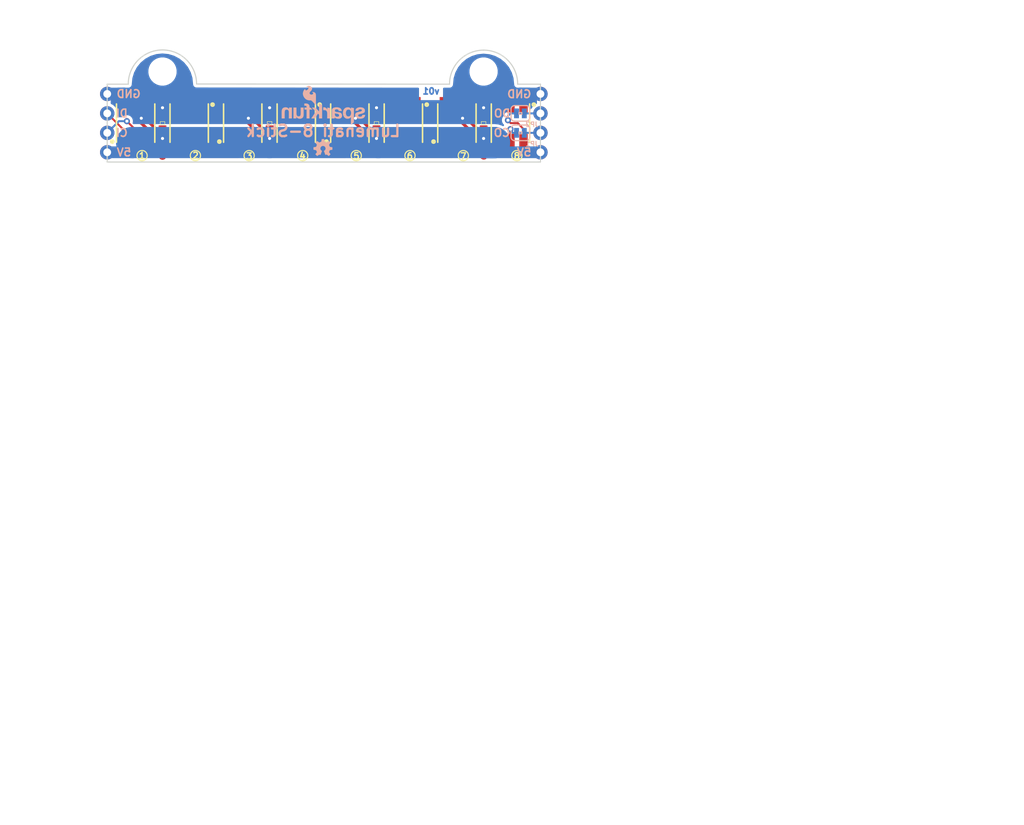
<source format=kicad_pcb>
(kicad_pcb (version 20170123) (host pcbnew no-vcs-found-5013ea2~58~ubuntu16.04.1)

  (general
    (links 46)
    (no_connects 0)
    (area 107.264286 87.292311 239.952514 194.4858)
    (thickness 1.6)
    (drawings 45)
    (tracks 214)
    (zones 0)
    (modules 22)
    (nets 23)
  )

  (page A4)
  (layers
    (0 F.Cu signal)
    (31 B.Cu signal)
    (32 B.Adhes user)
    (33 F.Adhes user)
    (34 B.Paste user)
    (35 F.Paste user)
    (36 B.SilkS user)
    (37 F.SilkS user)
    (38 B.Mask user)
    (39 F.Mask user)
    (40 Dwgs.User user)
    (41 Cmts.User user)
    (42 Eco1.User user)
    (43 Eco2.User user)
    (44 Edge.Cuts user)
    (45 Margin user)
    (46 B.CrtYd user)
    (47 F.CrtYd user)
    (48 B.Fab user hide)
    (49 F.Fab user hide)
  )

  (setup
    (last_trace_width 0.25)
    (user_trace_width 0.2032)
    (user_trace_width 0.254)
    (user_trace_width 0.3048)
    (user_trace_width 0.4064)
    (user_trace_width 0.6096)
    (user_trace_width 1.27)
    (user_trace_width 1.524)
    (user_trace_width 4.064)
    (trace_clearance 0.2)
    (zone_clearance 0.381)
    (zone_45_only no)
    (trace_min 0.2)
    (segment_width 0.2)
    (edge_width 0.15)
    (via_size 0.8)
    (via_drill 0.4)
    (via_min_size 0.4)
    (via_min_drill 0.3)
    (uvia_size 0.3)
    (uvia_drill 0.1)
    (uvias_allowed no)
    (uvia_min_size 0.2)
    (uvia_min_drill 0.1)
    (pcb_text_width 0.3)
    (pcb_text_size 1.5 1.5)
    (mod_edge_width 0.15)
    (mod_text_size 1 1)
    (mod_text_width 0.15)
    (pad_size 1.524 1.524)
    (pad_drill 0.762)
    (pad_to_mask_clearance 0.1016)
    (aux_axis_origin 0 0)
    (visible_elements FFF9FFFF)
    (pcbplotparams
      (layerselection 0x00030_ffffffff)
      (usegerberextensions false)
      (excludeedgelayer true)
      (linewidth 0.100000)
      (plotframeref false)
      (viasonmask false)
      (mode 1)
      (useauxorigin false)
      (hpglpennumber 1)
      (hpglpenspeed 20)
      (hpglpendiameter 15)
      (psnegative false)
      (psa4output false)
      (plotreference true)
      (plotvalue true)
      (plotinvisibletext false)
      (padsonsilk false)
      (subtractmaskfromsilk false)
      (outputformat 1)
      (mirror false)
      (drillshape 1)
      (scaleselection 1)
      (outputdirectory ""))
  )

  (net 0 "")
  (net 1 GND)
  (net 2 +5V)
  (net 3 "Net-(U1-Pad6)")
  (net 4 "Net-(U1-Pad5)")
  (net 5 "Net-(U2-Pad5)")
  (net 6 "Net-(U2-Pad6)")
  (net 7 "Net-(U3-Pad5)")
  (net 8 "Net-(U3-Pad6)")
  (net 9 "Net-(U4-Pad6)")
  (net 10 "Net-(U4-Pad5)")
  (net 11 "Net-(U5-Pad5)")
  (net 12 "Net-(U5-Pad6)")
  (net 13 "Net-(U6-Pad6)")
  (net 14 "Net-(U6-Pad5)")
  (net 15 "Net-(U7-Pad5)")
  (net 16 "Net-(U7-Pad6)")
  (net 17 /DI)
  (net 18 /CI)
  (net 19 /DO)
  (net 20 /CO)
  (net 21 "Net-(JP1-Pad1)")
  (net 22 "Net-(JP2-Pad1)")

  (net_class Default "This is the default net class."
    (clearance 0.2)
    (trace_width 0.25)
    (via_dia 0.8)
    (via_drill 0.4)
    (uvia_dia 0.3)
    (uvia_drill 0.1)
    (add_net +5V)
    (add_net /CI)
    (add_net /CO)
    (add_net /DI)
    (add_net /DO)
    (add_net GND)
    (add_net "Net-(JP1-Pad1)")
    (add_net "Net-(JP2-Pad1)")
    (add_net "Net-(U1-Pad5)")
    (add_net "Net-(U1-Pad6)")
    (add_net "Net-(U2-Pad5)")
    (add_net "Net-(U2-Pad6)")
    (add_net "Net-(U3-Pad5)")
    (add_net "Net-(U3-Pad6)")
    (add_net "Net-(U4-Pad5)")
    (add_net "Net-(U4-Pad6)")
    (add_net "Net-(U5-Pad5)")
    (add_net "Net-(U5-Pad6)")
    (add_net "Net-(U6-Pad5)")
    (add_net "Net-(U6-Pad6)")
    (add_net "Net-(U7-Pad5)")
    (add_net "Net-(U7-Pad6)")
  )

  (module Pete:SMT-JUMPER_2_NC_TRACE_SILK (layer B.Cu) (tedit 595D4BDE) (tstamp 596BAE5C)
    (at 174.5488 104.14)
    (path /595FB3A1)
    (attr smd)
    (fp_text reference JP1 (at 1.524 1.4478) (layer B.SilkS)
      (effects (font (size 0.6096 0.6096) (thickness 0.127)) (justify mirror))
    )
    (fp_text value JUMPER-SMT_2_NC_TRACE_SILK (at 1.8288 -0.8382) (layer B.SilkS) hide
      (effects (font (size 0.6096 0.6096) (thickness 0.127)) (justify mirror))
    )
    (fp_arc (start 0.762 -0.5588) (end 1.2192 -0.5588) (angle -90) (layer B.SilkS) (width 0.1524))
    (fp_arc (start -0.762 -0.5588) (end -0.762 -1.016) (angle -90) (layer B.SilkS) (width 0.1524))
    (fp_arc (start -0.762 0.5588) (end -1.2192 0.5588) (angle -90) (layer B.SilkS) (width 0.1524))
    (fp_arc (start 0.762 0.5588) (end 0.762 1.016) (angle -90) (layer B.SilkS) (width 0.1524))
    (fp_line (start -0.1905 -0.127) (end -0.1905 0.127) (layer B.SilkS) (width 0.127))
    (fp_line (start 0.1905 -0.127) (end -0.1905 -0.127) (layer B.SilkS) (width 0.127))
    (fp_line (start 0.1905 0.127) (end 0.1905 -0.127) (layer B.SilkS) (width 0.127))
    (fp_line (start -0.1905 0.127) (end 0.1905 0.127) (layer B.SilkS) (width 0.127))
    (fp_line (start -0.508 0) (end 0.508 0) (layer B.Cu) (width 0.254))
    (fp_line (start -0.762 1.016) (end 0.762 1.016) (layer B.SilkS) (width 0.1524))
    (fp_line (start -1.2192 -0.5588) (end -1.2192 0.5588) (layer B.SilkS) (width 0.1524))
    (fp_line (start 1.2192 -0.5588) (end 1.2192 0.5588) (layer B.SilkS) (width 0.1524))
    (fp_line (start 0.762 -1.016) (end -0.762 -1.016) (layer B.SilkS) (width 0.1524))
    (pad 2 smd rect (at 0.508 0) (size 0.635 1.27) (layers B.Cu B.Paste B.Mask)
      (net 20 /CO))
    (pad 1 smd rect (at -0.508 0) (size 0.635 1.27) (layers B.Cu B.Paste B.Mask)
      (net 21 "Net-(JP1-Pad1)"))
  )

  (module Pete:SMT-JUMPER_2_NC_TRACE_SILK (layer B.Cu) (tedit 595D4BDE) (tstamp 596BAE6F)
    (at 174.5488 101.6)
    (path /595FB493)
    (attr smd)
    (fp_text reference JP2 (at 1.524 1.4478) (layer B.SilkS)
      (effects (font (size 0.6096 0.6096) (thickness 0.127)) (justify mirror))
    )
    (fp_text value JUMPER-SMT_2_NC_TRACE_SILK (at 1.8288 -0.8382) (layer B.SilkS) hide
      (effects (font (size 0.6096 0.6096) (thickness 0.127)) (justify mirror))
    )
    (fp_arc (start 0.762 -0.5588) (end 1.2192 -0.5588) (angle -90) (layer B.SilkS) (width 0.1524))
    (fp_arc (start -0.762 -0.5588) (end -0.762 -1.016) (angle -90) (layer B.SilkS) (width 0.1524))
    (fp_arc (start -0.762 0.5588) (end -1.2192 0.5588) (angle -90) (layer B.SilkS) (width 0.1524))
    (fp_arc (start 0.762 0.5588) (end 0.762 1.016) (angle -90) (layer B.SilkS) (width 0.1524))
    (fp_line (start -0.1905 -0.127) (end -0.1905 0.127) (layer B.SilkS) (width 0.127))
    (fp_line (start 0.1905 -0.127) (end -0.1905 -0.127) (layer B.SilkS) (width 0.127))
    (fp_line (start 0.1905 0.127) (end 0.1905 -0.127) (layer B.SilkS) (width 0.127))
    (fp_line (start -0.1905 0.127) (end 0.1905 0.127) (layer B.SilkS) (width 0.127))
    (fp_line (start -0.508 0) (end 0.508 0) (layer B.Cu) (width 0.254))
    (fp_line (start -0.762 1.016) (end 0.762 1.016) (layer B.SilkS) (width 0.1524))
    (fp_line (start -1.2192 -0.5588) (end -1.2192 0.5588) (layer B.SilkS) (width 0.1524))
    (fp_line (start 1.2192 -0.5588) (end 1.2192 0.5588) (layer B.SilkS) (width 0.1524))
    (fp_line (start 0.762 -1.016) (end -0.762 -1.016) (layer B.SilkS) (width 0.1524))
    (pad 2 smd rect (at 0.508 0) (size 0.635 1.27) (layers B.Cu B.Paste B.Mask)
      (net 19 /DO))
    (pad 1 smd rect (at -0.508 0) (size 0.635 1.27) (layers B.Cu B.Paste B.Mask)
      (net 22 "Net-(JP2-Pad1)"))
  )

  (module Pete:APA102_3 (layer F.Cu) (tedit 591CA5E4) (tstamp 593A5483)
    (at 124.3584 102.87 270)
    (path /59134083)
    (fp_text reference U1 (at 0 3.556 270) (layer F.SilkS) hide
      (effects (font (size 0.889 0.889) (thickness 0.22225)))
    )
    (fp_text value APA102 (at 0 0) (layer F.SilkS) hide
      (effects (font (size 0.889 0.6) (thickness 0.15)))
    )
    (fp_line (start -2.5 -2.5) (end 2.5 -2.5) (layer F.SilkS) (width 0.2032))
    (fp_line (start -2.5 2.5) (end 2.5 2.5) (layer F.SilkS) (width 0.2032))
    (fp_circle (center 2.413 3.048) (end 2.54 3.2385) (layer F.SilkS) (width 0.15))
    (fp_circle (center 2.413 3.048) (end 2.4765 3.1115) (layer F.SilkS) (width 0.15))
    (pad 6 smd rect (at -2.4 1.700001 90) (size 2 1.1) (layers F.Cu F.Paste F.Mask)
      (net 3 "Net-(U1-Pad6)") (solder_mask_margin 0.1016))
    (pad 5 smd rect (at -2.399998 0 90) (size 2 1.1) (layers F.Cu F.Paste F.Mask)
      (net 4 "Net-(U1-Pad5)") (solder_mask_margin 0.1016))
    (pad 4 smd rect (at -2.4 -1.7 90) (size 2 1.1) (layers F.Cu F.Paste F.Mask)
      (net 2 +5V) (solder_mask_margin 0.1016))
    (pad 3 smd rect (at 2.4 -1.700001 270) (size 2 1.1) (layers F.Cu F.Paste F.Mask)
      (net 1 GND) (solder_mask_margin 0.1016))
    (pad 2 smd rect (at 2.399998 0 270) (size 2 1.1) (layers F.Cu F.Paste F.Mask)
      (net 18 /CI) (solder_mask_margin 0.1016))
    (pad 1 smd rect (at 2.4 1.7 270) (size 2 1.1) (layers F.Cu F.Paste F.Mask)
      (net 17 /DI) (solder_mask_margin 0.1016))
  )

  (module Pete:0603_revised (layer F.Cu) (tedit 5914AE47) (tstamp 593A5391)
    (at 127.8636 102.87 270)
    (path /591344EB)
    (attr smd)
    (fp_text reference C1 (at 0.127 -0.9652 270) (layer F.SilkS) hide
      (effects (font (size 0.4064 0.4064) (thickness 0.0254)))
    )
    (fp_text value 0.1uF (at 0.2032 0.9398 270) (layer F.SilkS) hide
      (effects (font (size 0.4064 0.4064) (thickness 0.0254)))
    )
    (fp_line (start -0.3556 0.41656) (end 0.3556 0.41656) (layer Dwgs.User) (width 0.1016))
    (fp_line (start -0.3556 -0.4318) (end 0.3556 -0.4318) (layer Dwgs.User) (width 0.1016))
    (fp_line (start -1.47066 0.98298) (end -1.47066 -0.98298) (layer Dwgs.User) (width 0.0508))
    (fp_line (start 1.47066 0.98298) (end -1.47066 0.98298) (layer Dwgs.User) (width 0.0508))
    (fp_line (start 1.47066 -0.98298) (end 1.47066 0.98298) (layer Dwgs.User) (width 0.0508))
    (fp_line (start -1.47066 -0.98298) (end 1.47066 -0.98298) (layer Dwgs.User) (width 0.0508))
    (fp_line (start -0.19812 0.29972) (end -0.19812 -0.29972) (layer F.SilkS) (width 0.06604))
    (fp_line (start -0.19812 -0.29972) (end 0.19812 -0.29972) (layer F.SilkS) (width 0.06604))
    (fp_line (start 0.19812 0.29972) (end 0.19812 -0.29972) (layer F.SilkS) (width 0.06604))
    (fp_line (start -0.19812 0.29972) (end 0.19812 0.29972) (layer F.SilkS) (width 0.06604))
    (fp_line (start 0.3302 0.4699) (end 0.3302 -0.48006) (layer Dwgs.User) (width 0.06604))
    (fp_line (start 0.3302 -0.48006) (end 0.82804 -0.48006) (layer Dwgs.User) (width 0.06604))
    (fp_line (start 0.82804 0.4699) (end 0.82804 -0.48006) (layer Dwgs.User) (width 0.06604))
    (fp_line (start 0.3302 0.4699) (end 0.82804 0.4699) (layer Dwgs.User) (width 0.06604))
    (fp_line (start -0.8382 0.4699) (end -0.8382 -0.48006) (layer Dwgs.User) (width 0.06604))
    (fp_line (start -0.8382 -0.48006) (end -0.33782 -0.48006) (layer Dwgs.User) (width 0.06604))
    (fp_line (start -0.33782 0.4699) (end -0.33782 -0.48006) (layer Dwgs.User) (width 0.06604))
    (fp_line (start -0.8382 0.4699) (end -0.33782 0.4699) (layer Dwgs.User) (width 0.06604))
    (pad 2 smd rect (at 0.84836 0 270) (size 1.09982 0.99822) (layers F.Cu F.Paste F.Mask)
      (net 2 +5V))
    (pad 1 smd rect (at -0.84836 0 270) (size 1.09982 0.99822) (layers F.Cu F.Paste F.Mask)
      (net 1 GND))
  )

  (module Pete:0603_revised (layer F.Cu) (tedit 5914AE47) (tstamp 593A53A9)
    (at 141.8336 102.87 270)
    (path /59134598)
    (attr smd)
    (fp_text reference C2 (at 0.127 -0.9652 270) (layer F.SilkS) hide
      (effects (font (size 0.4064 0.4064) (thickness 0.0254)))
    )
    (fp_text value 0.1uF (at 0.2032 0.9398 270) (layer F.SilkS) hide
      (effects (font (size 0.4064 0.4064) (thickness 0.0254)))
    )
    (fp_line (start -0.8382 0.4699) (end -0.33782 0.4699) (layer Dwgs.User) (width 0.06604))
    (fp_line (start -0.33782 0.4699) (end -0.33782 -0.48006) (layer Dwgs.User) (width 0.06604))
    (fp_line (start -0.8382 -0.48006) (end -0.33782 -0.48006) (layer Dwgs.User) (width 0.06604))
    (fp_line (start -0.8382 0.4699) (end -0.8382 -0.48006) (layer Dwgs.User) (width 0.06604))
    (fp_line (start 0.3302 0.4699) (end 0.82804 0.4699) (layer Dwgs.User) (width 0.06604))
    (fp_line (start 0.82804 0.4699) (end 0.82804 -0.48006) (layer Dwgs.User) (width 0.06604))
    (fp_line (start 0.3302 -0.48006) (end 0.82804 -0.48006) (layer Dwgs.User) (width 0.06604))
    (fp_line (start 0.3302 0.4699) (end 0.3302 -0.48006) (layer Dwgs.User) (width 0.06604))
    (fp_line (start -0.19812 0.29972) (end 0.19812 0.29972) (layer F.SilkS) (width 0.06604))
    (fp_line (start 0.19812 0.29972) (end 0.19812 -0.29972) (layer F.SilkS) (width 0.06604))
    (fp_line (start -0.19812 -0.29972) (end 0.19812 -0.29972) (layer F.SilkS) (width 0.06604))
    (fp_line (start -0.19812 0.29972) (end -0.19812 -0.29972) (layer F.SilkS) (width 0.06604))
    (fp_line (start -1.47066 -0.98298) (end 1.47066 -0.98298) (layer Dwgs.User) (width 0.0508))
    (fp_line (start 1.47066 -0.98298) (end 1.47066 0.98298) (layer Dwgs.User) (width 0.0508))
    (fp_line (start 1.47066 0.98298) (end -1.47066 0.98298) (layer Dwgs.User) (width 0.0508))
    (fp_line (start -1.47066 0.98298) (end -1.47066 -0.98298) (layer Dwgs.User) (width 0.0508))
    (fp_line (start -0.3556 -0.4318) (end 0.3556 -0.4318) (layer Dwgs.User) (width 0.1016))
    (fp_line (start -0.3556 0.41656) (end 0.3556 0.41656) (layer Dwgs.User) (width 0.1016))
    (pad 1 smd rect (at -0.84836 0 270) (size 1.09982 0.99822) (layers F.Cu F.Paste F.Mask)
      (net 1 GND))
    (pad 2 smd rect (at 0.84836 0 270) (size 1.09982 0.99822) (layers F.Cu F.Paste F.Mask)
      (net 2 +5V))
  )

  (module Pete:0603_revised (layer F.Cu) (tedit 5914AE47) (tstamp 593A53C1)
    (at 155.7782 102.87 270)
    (path /59134604)
    (attr smd)
    (fp_text reference C3 (at 0.127 -0.9652 270) (layer F.SilkS) hide
      (effects (font (size 0.4064 0.4064) (thickness 0.0254)))
    )
    (fp_text value 0.1uF (at 0.2032 0.9398 270) (layer F.SilkS) hide
      (effects (font (size 0.4064 0.4064) (thickness 0.0254)))
    )
    (fp_line (start -0.3556 0.41656) (end 0.3556 0.41656) (layer Dwgs.User) (width 0.1016))
    (fp_line (start -0.3556 -0.4318) (end 0.3556 -0.4318) (layer Dwgs.User) (width 0.1016))
    (fp_line (start -1.47066 0.98298) (end -1.47066 -0.98298) (layer Dwgs.User) (width 0.0508))
    (fp_line (start 1.47066 0.98298) (end -1.47066 0.98298) (layer Dwgs.User) (width 0.0508))
    (fp_line (start 1.47066 -0.98298) (end 1.47066 0.98298) (layer Dwgs.User) (width 0.0508))
    (fp_line (start -1.47066 -0.98298) (end 1.47066 -0.98298) (layer Dwgs.User) (width 0.0508))
    (fp_line (start -0.19812 0.29972) (end -0.19812 -0.29972) (layer F.SilkS) (width 0.06604))
    (fp_line (start -0.19812 -0.29972) (end 0.19812 -0.29972) (layer F.SilkS) (width 0.06604))
    (fp_line (start 0.19812 0.29972) (end 0.19812 -0.29972) (layer F.SilkS) (width 0.06604))
    (fp_line (start -0.19812 0.29972) (end 0.19812 0.29972) (layer F.SilkS) (width 0.06604))
    (fp_line (start 0.3302 0.4699) (end 0.3302 -0.48006) (layer Dwgs.User) (width 0.06604))
    (fp_line (start 0.3302 -0.48006) (end 0.82804 -0.48006) (layer Dwgs.User) (width 0.06604))
    (fp_line (start 0.82804 0.4699) (end 0.82804 -0.48006) (layer Dwgs.User) (width 0.06604))
    (fp_line (start 0.3302 0.4699) (end 0.82804 0.4699) (layer Dwgs.User) (width 0.06604))
    (fp_line (start -0.8382 0.4699) (end -0.8382 -0.48006) (layer Dwgs.User) (width 0.06604))
    (fp_line (start -0.8382 -0.48006) (end -0.33782 -0.48006) (layer Dwgs.User) (width 0.06604))
    (fp_line (start -0.33782 0.4699) (end -0.33782 -0.48006) (layer Dwgs.User) (width 0.06604))
    (fp_line (start -0.8382 0.4699) (end -0.33782 0.4699) (layer Dwgs.User) (width 0.06604))
    (pad 2 smd rect (at 0.84836 0 270) (size 1.09982 0.99822) (layers F.Cu F.Paste F.Mask)
      (net 2 +5V))
    (pad 1 smd rect (at -0.84836 0 270) (size 1.09982 0.99822) (layers F.Cu F.Paste F.Mask)
      (net 1 GND))
  )

  (module Pete:0603_revised (layer F.Cu) (tedit 5914AE47) (tstamp 593A53D9)
    (at 169.7482 102.87 270)
    (path /5913464D)
    (attr smd)
    (fp_text reference C4 (at 0.127 -0.9652 270) (layer F.SilkS) hide
      (effects (font (size 0.4064 0.4064) (thickness 0.0254)))
    )
    (fp_text value 0.1uF (at 0.2032 0.9398 270) (layer F.SilkS) hide
      (effects (font (size 0.4064 0.4064) (thickness 0.0254)))
    )
    (fp_line (start -0.8382 0.4699) (end -0.33782 0.4699) (layer Dwgs.User) (width 0.06604))
    (fp_line (start -0.33782 0.4699) (end -0.33782 -0.48006) (layer Dwgs.User) (width 0.06604))
    (fp_line (start -0.8382 -0.48006) (end -0.33782 -0.48006) (layer Dwgs.User) (width 0.06604))
    (fp_line (start -0.8382 0.4699) (end -0.8382 -0.48006) (layer Dwgs.User) (width 0.06604))
    (fp_line (start 0.3302 0.4699) (end 0.82804 0.4699) (layer Dwgs.User) (width 0.06604))
    (fp_line (start 0.82804 0.4699) (end 0.82804 -0.48006) (layer Dwgs.User) (width 0.06604))
    (fp_line (start 0.3302 -0.48006) (end 0.82804 -0.48006) (layer Dwgs.User) (width 0.06604))
    (fp_line (start 0.3302 0.4699) (end 0.3302 -0.48006) (layer Dwgs.User) (width 0.06604))
    (fp_line (start -0.19812 0.29972) (end 0.19812 0.29972) (layer F.SilkS) (width 0.06604))
    (fp_line (start 0.19812 0.29972) (end 0.19812 -0.29972) (layer F.SilkS) (width 0.06604))
    (fp_line (start -0.19812 -0.29972) (end 0.19812 -0.29972) (layer F.SilkS) (width 0.06604))
    (fp_line (start -0.19812 0.29972) (end -0.19812 -0.29972) (layer F.SilkS) (width 0.06604))
    (fp_line (start -1.47066 -0.98298) (end 1.47066 -0.98298) (layer Dwgs.User) (width 0.0508))
    (fp_line (start 1.47066 -0.98298) (end 1.47066 0.98298) (layer Dwgs.User) (width 0.0508))
    (fp_line (start 1.47066 0.98298) (end -1.47066 0.98298) (layer Dwgs.User) (width 0.0508))
    (fp_line (start -1.47066 0.98298) (end -1.47066 -0.98298) (layer Dwgs.User) (width 0.0508))
    (fp_line (start -0.3556 -0.4318) (end 0.3556 -0.4318) (layer Dwgs.User) (width 0.1016))
    (fp_line (start -0.3556 0.41656) (end 0.3556 0.41656) (layer Dwgs.User) (width 0.1016))
    (pad 1 smd rect (at -0.84836 0 270) (size 1.09982 0.99822) (layers F.Cu F.Paste F.Mask)
      (net 1 GND))
    (pad 2 smd rect (at 0.84836 0 270) (size 1.09982 0.99822) (layers F.Cu F.Paste F.Mask)
      (net 2 +5V))
  )

  (module SparkFun:SFE_LOGO_NAME_FLAME_.1 (layer B.Cu) (tedit 59301959) (tstamp 593A5470)
    (at 154.7368 103.2002 180)
    (descr "SPARKFUN FONT LOGO W/ FLAME - 0.1\" HEIGHT - SILKSCREEN")
    (tags "SPARKFUN FONT LOGO W/ FLAME - 0.1\" HEIGHT - SILKSCREEN")
    (path /591F53CA)
    (attr virtual)
    (fp_text reference LOGO1 (at 0 0 180) (layer B.SilkS) hide
      (effects (font (thickness 0.15)) (justify mirror))
    )
    (fp_text value SFE_LOGO_NAME_FLAME.1_INCH (at 0 0 180) (layer B.SilkS) hide
      (effects (font (thickness 0.15)) (justify mirror))
    )
    (fp_poly (pts (xy 0.80772 1.39954) (xy 0.80772 1.33858) (xy 0.82804 1.28778) (xy 0.85852 1.24968)
      (xy 0.89916 1.2192) (xy 0.9398 1.18872) (xy 0.99822 1.17856) (xy 1.04902 1.1684)
      (xy 1.10998 1.15824) (xy 1.14808 1.1684) (xy 1.18872 1.1684) (xy 1.22936 1.17856)
      (xy 1.27 1.19888) (xy 1.3081 1.22936) (xy 1.33858 1.25984) (xy 1.34874 1.29794)
      (xy 1.3589 1.33858) (xy 1.34874 1.37922) (xy 1.32842 1.41986) (xy 1.28778 1.4478)
      (xy 1.23952 1.47828) (xy 1.17856 1.4986) (xy 1.09982 1.51892) (xy 1.01854 1.53924)
      (xy 0.91948 1.55956) (xy 0.82804 1.57988) (xy 0.7493 1.60782) (xy 0.67818 1.6383)
      (xy 0.6096 1.67894) (xy 0.54864 1.71958) (xy 0.508 1.778) (xy 0.47752 1.84912)
      (xy 0.4699 1.93802) (xy 0.47752 2.05994) (xy 0.51816 2.159) (xy 0.58928 2.23774)
      (xy 0.65786 2.2987) (xy 0.75946 2.3495) (xy 0.85852 2.36982) (xy 0.96774 2.3876)
      (xy 1.19888 2.3876) (xy 1.3081 2.36982) (xy 1.4097 2.33934) (xy 1.4986 2.2987)
      (xy 1.57988 2.23774) (xy 1.6383 2.159) (xy 1.6891 2.05994) (xy 1.70942 1.93802)
      (xy 1.33858 1.93802) (xy 1.32842 1.98882) (xy 1.3081 2.03962) (xy 1.28778 2.06756)
      (xy 1.25984 2.08788) (xy 1.2192 2.1082) (xy 1.1684 2.12852) (xy 0.99822 2.12852)
      (xy 0.96774 2.11836) (xy 0.92964 2.1082) (xy 0.89916 2.09804) (xy 0.87884 2.06756)
      (xy 0.85852 2.03962) (xy 0.85852 1.99898) (xy 0.86868 1.95834) (xy 0.89916 1.9177)
      (xy 0.9398 1.88976) (xy 0.99822 1.85928) (xy 1.05918 1.83896) (xy 1.13792 1.8288)
      (xy 1.2192 1.80848) (xy 1.29794 1.78816) (xy 1.37922 1.76784) (xy 1.46812 1.74752)
      (xy 1.53924 1.70942) (xy 1.60782 1.66878) (xy 1.66878 1.61798) (xy 1.70942 1.55956)
      (xy 1.7399 1.48844) (xy 1.74752 1.39954) (xy 1.72974 1.27) (xy 1.6891 1.15824)
      (xy 1.62814 1.0795) (xy 1.5494 1.00838) (xy 1.4478 0.95758) (xy 1.33858 0.92964)
      (xy 1.2192 0.90932) (xy 1.09982 0.89916) (xy 0.9779 0.90932) (xy 0.85852 0.92964)
      (xy 0.7493 0.95758) (xy 0.6477 1.00838) (xy 0.56896 1.0795) (xy 0.49784 1.1684)
      (xy 0.45974 1.27) (xy 0.43942 1.39954) (xy 0.75946 1.39954)) (layer B.SilkS) (width 0.01))
    (fp_poly (pts (xy 2.9083 1.39954) (xy 2.93878 1.47828) (xy 2.94894 1.55956) (xy 2.94894 1.6383)
      (xy 3.33756 1.62814) (xy 3.32994 1.48844) (xy 3.29946 1.3589) (xy 3.24866 1.23952)) (layer B.SilkS) (width 0.01))
    (fp_poly (pts (xy 3.24866 1.23952) (xy 3.1877 1.12776) (xy 3.0988 1.03886) (xy 2.98958 0.95758)
      (xy 2.86766 0.91948) (xy 2.7178 0.89916) (xy 2.65938 0.90932) (xy 2.59842 0.91948)
      (xy 2.54 0.92964) (xy 2.47904 0.95758) (xy 2.42824 0.98806) (xy 2.37998 1.01854)
      (xy 2.33934 1.06934) (xy 2.2987 1.1176) (xy 2.28854 1.1176) (xy 2.28854 0.09906)
      (xy 2.2479 0.1397) (xy 2.19964 0.18796) (xy 2.14884 0.2286) (xy 2.09804 0.26924)
      (xy 2.04978 0.30988) (xy 1.99898 0.35814) (xy 1.95834 0.39878) (xy 1.90754 0.43942)
      (xy 1.90754 2.28854) (xy 1.94818 2.2987) (xy 1.99898 2.30886) (xy 2.04978 2.30886)
      (xy 2.08788 2.31902) (xy 2.13868 2.32918) (xy 2.17932 2.33934) (xy 2.22758 2.3495)
      (xy 2.27838 2.35966) (xy 2.27838 2.17932) (xy 2.31902 2.22758) (xy 2.35966 2.26822)
      (xy 2.40792 2.30886) (xy 2.45872 2.33934) (xy 2.50952 2.36982) (xy 2.56794 2.37998)
      (xy 2.6289 2.3876) (xy 2.69748 2.3876) (xy 2.84988 2.37998) (xy 2.98958 2.32918)
      (xy 3.0988 2.25806) (xy 3.1877 2.159) (xy 3.25882 2.04978) (xy 3.29946 1.9177)
      (xy 3.32994 1.778) (xy 3.33756 1.62814) (xy 2.94894 1.6383) (xy 2.94894 1.72974)
      (xy 2.93878 1.80848) (xy 2.9083 1.88976) (xy 2.87782 1.95834) (xy 2.82956 2.0193)
      (xy 2.7686 2.05994) (xy 2.69748 2.08788) (xy 2.60858 2.09804) (xy 2.52984 2.08788)
      (xy 2.44856 2.05994) (xy 2.39776 2.0193) (xy 2.3495 1.95834) (xy 2.31902 1.88976)
      (xy 2.28854 1.80848) (xy 2.27838 1.72974) (xy 2.27838 1.55956) (xy 2.2987 1.47828)
      (xy 2.31902 1.39954) (xy 2.3495 1.32842) (xy 2.39776 1.27762) (xy 2.45872 1.22936)
      (xy 2.52984 1.20904) (xy 2.61874 1.19888) (xy 2.69748 1.20904) (xy 2.77876 1.22936)
      (xy 2.83972 1.27762) (xy 2.87782 1.32842) (xy 2.9083 1.39954)) (layer B.SilkS) (width 0.01))
    (fp_poly (pts (xy 3.92938 1.74752) (xy 4.01828 1.75768) (xy 4.10972 1.76784) (xy 4.1783 1.778)
      (xy 4.2291 1.57988) (xy 4.20878 1.56972) (xy 4.18846 1.56972) (xy 4.15798 1.55956)
      (xy 4.11988 1.55956) (xy 4.0894 1.5494) (xy 4.04876 1.5494) (xy 4.02844 1.53924)
      (xy 4.00812 1.53924)) (layer B.SilkS) (width 0.01))
    (fp_poly (pts (xy 4.00812 1.53924) (xy 3.97764 1.52908) (xy 3.95986 1.51892) (xy 3.9497 1.50876)
      (xy 3.92938 1.4986) (xy 3.90906 1.48844) (xy 3.8989 1.47828) (xy 3.87858 1.46812)
      (xy 3.86842 1.4478) (xy 3.85826 1.42748) (xy 3.8481 1.4097) (xy 3.8481 1.38938)
      (xy 3.83794 1.36906) (xy 3.83794 1.31826) (xy 3.8481 1.28778) (xy 3.8481 1.27)
      (xy 3.85826 1.24968) (xy 3.86842 1.23952) (xy 3.87858 1.2192) (xy 3.8989 1.20904)
      (xy 3.90906 1.19888) (xy 3.92938 1.18872) (xy 3.9497 1.17856) (xy 3.96748 1.17856)
      (xy 3.9878 1.1684) (xy 4.00812 1.1684) (xy 4.02844 1.15824) (xy 4.07924 1.15824)
      (xy 4.1275 1.1684) (xy 4.1783 1.1684) (xy 4.21894 1.18872) (xy 4.25958 1.19888)
      (xy 4.28752 1.2192) (xy 4.30784 1.23952) (xy 4.32816 1.27) (xy 4.34848 1.28778)
      (xy 4.35864 1.31826) (xy 4.3688 1.34874) (xy 4.37896 1.36906) (xy 4.38912 1.39954)
      (xy 4.38912 1.62814) (xy 4.37896 1.61798) (xy 4.3688 1.60782) (xy 4.34848 1.60782)
      (xy 4.32816 1.59766) (xy 4.30784 1.5875) (xy 4.28752 1.5875) (xy 4.26974 1.57988)
      (xy 4.2291 1.57988) (xy 4.1783 1.778) (xy 4.24942 1.79832) (xy 4.30784 1.81864)
      (xy 4.35864 1.84912) (xy 4.38912 1.88976) (xy 4.38912 1.99898) (xy 4.37896 2.0193)
      (xy 4.3688 2.03962) (xy 4.35864 2.05994) (xy 4.34848 2.06756) (xy 4.33832 2.08788)
      (xy 4.318 2.09804) (xy 4.29768 2.1082) (xy 4.2799 2.11836) (xy 4.25958 2.11836)
      (xy 4.23926 2.12852) (xy 4.05892 2.12852) (xy 4.0386 2.11836) (xy 4.01828 2.1082)
      (xy 3.99796 2.09804) (xy 3.97764 2.08788) (xy 3.95986 2.07772) (xy 3.9497 2.06756)
      (xy 3.92938 2.04978) (xy 3.91922 2.03962) (xy 3.90906 2.0193) (xy 3.8989 1.98882)
      (xy 3.88874 1.9685) (xy 3.88874 1.9177) (xy 3.49758 1.9177) (xy 3.50774 1.97866)
      (xy 3.5179 2.03962) (xy 3.53822 2.09804) (xy 3.5687 2.13868) (xy 3.59918 2.18948)
      (xy 3.62966 2.22758) (xy 3.66776 2.25806) (xy 3.71856 2.28854) (xy 3.76936 2.31902)
      (xy 3.81762 2.33934) (xy 3.86842 2.3495) (xy 3.92938 2.36982) (xy 3.9878 2.37998)
      (xy 4.0386 2.3876) (xy 4.26974 2.3876) (xy 4.318 2.37998) (xy 4.37896 2.37998)
      (xy 4.42976 2.36982) (xy 4.47802 2.3495) (xy 4.52882 2.33934) (xy 4.57962 2.31902)
      (xy 4.61772 2.28854) (xy 4.65836 2.25806) (xy 4.699 2.22758) (xy 4.72948 2.18948)
      (xy 4.7498 2.14884) (xy 4.76758 2.09804) (xy 4.77774 2.04978) (xy 4.77774 1.17856)
      (xy 4.7879 1.15824) (xy 4.7879 1.06934) (xy 4.79806 1.04902) (xy 4.79806 1.0287)
      (xy 4.80822 1.00838) (xy 4.80822 0.9779) (xy 4.81838 0.95758) (xy 4.82854 0.94996)
      (xy 4.82854 0.9398) (xy 4.43992 0.9398) (xy 4.43992 0.94996) (xy 4.42976 0.95758)
      (xy 4.42976 0.96774) (xy 4.4196 0.9779) (xy 4.4196 1.00838) (xy 4.40944 1.01854)
      (xy 4.40944 1.0795) (xy 4.38912 1.04902) (xy 4.35864 1.0287) (xy 4.33832 1.00838)
      (xy 4.30784 0.98806) (xy 4.2799 0.9779) (xy 4.24942 0.95758) (xy 4.21894 0.94996)
      (xy 4.18846 0.9398) (xy 4.15798 0.92964) (xy 4.1275 0.91948) (xy 4.09956 0.91948)
      (xy 4.06908 0.90932) (xy 4.02844 0.90932) (xy 3.99796 0.89916) (xy 3.88874 0.89916)
      (xy 3.83794 0.90932) (xy 3.78968 0.90932) (xy 3.74904 0.91948) (xy 3.69824 0.9398)
      (xy 3.6576 0.95758) (xy 3.62966 0.9779) (xy 3.58902 0.99822) (xy 3.55854 1.0287)
      (xy 3.53822 1.05918) (xy 3.50774 1.09982) (xy 3.48996 1.12776) (xy 3.4798 1.17856)
      (xy 3.45948 1.2192) (xy 3.45948 1.27) (xy 3.44932 1.31826) (xy 3.46964 1.42748)
      (xy 3.49758 1.51892) (xy 3.53822 1.5875) (xy 3.60934 1.64846) (xy 3.67792 1.6891)
      (xy 3.7592 1.71958) (xy 3.83794 1.7399) (xy 3.92938 1.74752)) (layer B.SilkS) (width 0.01))
    (fp_poly (pts (xy 4.99872 2.28854) (xy 5.04952 2.2987) (xy 5.08762 2.30886) (xy 5.13842 2.30886)
      (xy 5.18922 2.31902) (xy 5.22986 2.32918) (xy 5.27812 2.33934) (xy 5.32892 2.3495)
      (xy 5.36956 2.35966) (xy 5.36956 2.08788) (xy 5.40766 2.159) (xy 5.4483 2.2098)
      (xy 5.4991 2.26822) (xy 5.5499 2.30886) (xy 5.61848 2.3495) (xy 5.67944 2.36982)
      (xy 5.74802 2.3876) (xy 5.88772 2.3876) (xy 5.89788 2.37998) (xy 5.90804 2.37998)
      (xy 5.90804 2.0193) (xy 5.89788 2.0193) (xy 5.87756 2.02946) (xy 5.76834 2.02946)
      (xy 5.66928 2.0193) (xy 5.588 1.99898) (xy 5.51942 1.95834) (xy 5.46862 1.89992)
      (xy 5.42798 1.8288) (xy 5.40766 1.75768) (xy 5.38988 1.66878) (xy 5.38988 0.9398)
      (xy 4.99872 0.9398) (xy 4.99872 2.11836)) (layer B.SilkS) (width 0.01))
    (fp_poly (pts (xy 6.0579 2.6797) (xy 6.44906 2.88798) (xy 6.44906 1.84912) (xy 6.93928 2.35966)
      (xy 7.39902 2.35966) (xy 6.86816 1.83896) (xy 7.45998 0.9398) (xy 6.98754 0.9398)
      (xy 6.59892 1.56972) (xy 6.44906 1.42748) (xy 6.44906 0.9398) (xy 6.0579 0.9398)) (layer B.SilkS) (width 0.01))
    (fp_poly (pts (xy 7.69874 2.09804) (xy 7.30758 2.09804) (xy 7.34822 2.12852) (xy 7.3787 2.159)
      (xy 7.40918 2.18948) (xy 7.44982 2.22758) (xy 7.47776 2.25806) (xy 7.50824 2.28854)
      (xy 7.54888 2.31902) (xy 7.57936 2.35966) (xy 7.69874 2.35966) (xy 7.69874 2.55778)
      (xy 7.72922 2.63906) (xy 7.7597 2.70764) (xy 7.80796 2.7686) (xy 7.87908 2.8194)
      (xy 7.95782 2.8575) (xy 8.05942 2.88798) (xy 8.34898 2.88798) (xy 8.3693 2.87782)
      (xy 8.3693 2.59842) (xy 8.19912 2.59842) (xy 8.15848 2.58826) (xy 8.13816 2.5781)
      (xy 8.11784 2.56794) (xy 8.09752 2.54) (xy 8.0899 2.51968) (xy 8.0899 2.47904)
      (xy 8.07974 2.4384) (xy 8.07974 2.35966) (xy 8.34898 2.35966) (xy 8.34898 2.09804)
      (xy 8.07974 2.09804) (xy 8.07974 0.9398) (xy 7.69874 0.9398) (xy 7.69874 1.94818)) (layer B.SilkS) (width 0.01))
    (fp_poly (pts (xy 9.78916 0.9398) (xy 9.41832 0.9398) (xy 9.41832 1.13792) (xy 9.40816 1.13792)
      (xy 9.36752 1.0795) (xy 9.32942 1.0287) (xy 9.27862 0.98806) (xy 9.21766 0.95758)
      (xy 9.1694 0.9398) (xy 9.10844 0.91948) (xy 9.03986 0.90932) (xy 8.9789 0.89916)
      (xy 8.8392 0.90932) (xy 8.72998 0.94996) (xy 8.63854 0.99822) (xy 8.56996 1.05918)
      (xy 8.51916 1.14808) (xy 8.48868 1.24968) (xy 8.46836 1.3589) (xy 8.46836 2.35966)
      (xy 8.84936 2.35966) (xy 8.84936 1.55956) (xy 8.85952 1.47828) (xy 8.86968 1.39954)
      (xy 8.87984 1.33858) (xy 8.90778 1.29794) (xy 8.93826 1.25984) (xy 8.98906 1.22936)
      (xy 9.03986 1.2192) (xy 9.09828 1.20904) (xy 9.17956 1.2192) (xy 9.23798 1.22936)
      (xy 9.28878 1.25984) (xy 9.32942 1.29794) (xy 9.3599 1.3589) (xy 9.38784 1.42748)
      (xy 9.398 1.50876) (xy 9.398 2.35966) (xy 9.78916 2.35966) (xy 9.78916 1.1176)) (layer B.SilkS) (width 0.01))
    (fp_poly (pts (xy 9.99998 2.35966) (xy 10.36828 2.35966) (xy 10.36828 2.159) (xy 10.37844 2.159)
      (xy 10.41908 2.21996) (xy 10.45972 2.25806) (xy 10.50798 2.2987) (xy 10.56894 2.33934)
      (xy 10.6299 2.35966) (xy 10.68832 2.37998) (xy 10.74928 2.3876) (xy 10.8077 2.3876)
      (xy 10.94994 2.37998) (xy 11.05916 2.3495) (xy 11.14806 2.2987) (xy 11.21918 2.22758)
      (xy 11.26998 2.14884) (xy 11.29792 2.04978) (xy 11.31824 1.93802) (xy 11.3284 1.80848)
      (xy 11.3284 0.9398) (xy 10.93978 0.9398) (xy 10.93978 1.7399) (xy 10.92962 1.81864)
      (xy 10.91946 1.88976) (xy 10.9093 1.94818) (xy 10.87882 1.99898) (xy 10.84834 2.03962)
      (xy 10.79754 2.06756) (xy 10.74928 2.07772) (xy 10.68832 2.08788) (xy 10.60958 2.07772)
      (xy 10.54862 2.06756) (xy 10.49782 2.03962) (xy 10.45972 1.98882) (xy 10.42924 1.93802)
      (xy 10.39876 1.86944) (xy 10.3886 1.778) (xy 10.3886 0.9398) (xy 9.99998 0.9398)
      (xy 9.99998 2.17932)) (layer B.SilkS) (width 0.01))
    (fp_poly (pts (xy 8.24992 4.77774) (xy 8.24992 4.699) (xy 8.23976 4.66852) (xy 8.2296 4.63804)
      (xy 8.19912 4.61772) (xy 8.16864 4.60756) (xy 8.09752 4.60756) (xy 8.05942 4.62788)
      (xy 8.01878 4.6482) (xy 7.9883 4.66852) (xy 7.94766 4.699) (xy 7.91972 4.71932)
      (xy 7.88924 4.7498) (xy 7.86892 4.7879) (xy 7.8486 4.81838) (xy 7.83844 4.85902)
      (xy 7.82828 4.8895) (xy 7.83844 4.91998) (xy 7.8486 4.93776) (xy 7.85876 4.96824)
      (xy 7.87908 4.99872) (xy 7.91972 5.0292) (xy 7.95782 5.04952) (xy 8.00862 5.05968)
      (xy 8.04926 5.06984) (xy 8.07974 5.06984) (xy 8.10768 5.05968) (xy 8.13816 5.05968)
      (xy 8.128 5.06984) (xy 8.0899 5.09778) (xy 8.02894 5.12826) (xy 7.94766 5.15874)
      (xy 7.85876 5.18922) (xy 7.7597 5.18922) (xy 7.64794 5.1689) (xy 7.53872 5.10794)
      (xy 7.44982 5.0292) (xy 7.39902 4.95808) (xy 7.36854 4.86918) (xy 7.36854 4.7879)
      (xy 7.38886 4.699) (xy 7.43966 4.60756) (xy 7.50824 4.52882) (xy 7.58952 4.43992)
      (xy 7.6581 4.35864) (xy 7.68858 4.28752) (xy 7.68858 4.21894) (xy 7.66826 4.15798)
      (xy 7.62762 4.10972) (xy 7.5692 4.06908) (xy 7.48792 4.04876) (xy 7.40918 4.04876)
      (xy 7.35838 4.05892) (xy 7.30758 4.07924) (xy 7.27964 4.09956) (xy 7.24916 4.1275)
      (xy 7.22884 4.16814) (xy 7.21868 4.19862) (xy 7.21868 4.2291) (xy 7.22884 4.25958)
      (xy 7.24916 4.28752) (xy 7.26948 4.30784) (xy 7.2898 4.32816) (xy 7.31774 4.33832)
      (xy 7.33806 4.34848) (xy 7.35838 4.35864) (xy 7.36854 4.3688) (xy 7.34822 4.37896)
      (xy 7.3279 4.37896) (xy 7.2898 4.38912) (xy 7.20852 4.38912) (xy 7.14756 4.37896)
      (xy 7.0993 4.35864) (xy 7.0485 4.33832) (xy 7.00786 4.30784) (xy 6.9596 4.2799)
      (xy 6.92912 4.2291) (xy 6.89864 4.16814) (xy 6.87832 4.10972) (xy 6.86816 4.01828)
      (xy 6.858 3.92938) (xy 6.858 2.64922) (xy 6.86816 2.64922) (xy 6.88848 2.6797)
      (xy 6.91896 2.70764) (xy 6.94944 2.74828) (xy 6.9977 2.79908) (xy 7.0485 2.8575)
      (xy 7.10946 2.91846) (xy 7.15772 2.98958) (xy 7.22884 3.05816) (xy 7.2898 3.11912)
      (xy 7.33806 3.17754) (xy 7.38886 3.21818) (xy 7.43966 3.25882) (xy 7.48792 3.2893)
      (xy 7.54888 3.29946) (xy 7.73938 3.29946) (xy 7.85876 3.31978) (xy 7.96798 3.34772)
      (xy 8.06958 3.38836) (xy 8.16864 3.44932) (xy 8.24992 3.5179) (xy 8.32866 3.59918)
      (xy 8.39978 3.68808) (xy 8.49884 3.86842) (xy 8.54964 4.04876) (xy 8.5598 4.2291)
      (xy 8.52932 4.38912) (xy 8.47852 4.52882) (xy 8.40994 4.6482) (xy 8.32866 4.73964)) (layer B.SilkS) (width 0.01))
  )

  (module SparkFun:OSHW-LOGO-MINI (layer B.Cu) (tedit 593019B7) (tstamp 593A5475)
    (at 148.7932 106.172 180)
    (descr "OPEN-SOURCE HARDWARE (OSHW) LOGO - MINI - SILKSCREEN")
    (tags "OPEN-SOURCE HARDWARE (OSHW) LOGO - MINI - SILKSCREEN")
    (path /591CA41A)
    (attr virtual)
    (fp_text reference LOGO2 (at 0 0 180) (layer B.SilkS) hide
      (effects (font (thickness 0.15)) (justify mirror))
    )
    (fp_text value OSHW-LOGOMINI (at 0 0 180) (layer B.SilkS) hide
      (effects (font (thickness 0.15)) (justify mirror))
    )
    (fp_poly (pts (xy 1.23444 -0.17018) (xy 1.23444 0.14732) (xy 0.8763 0.20574) (xy 0.8763 0.24638)
      (xy 0.86614 0.25654) (xy 0.86614 0.27686) (xy 0.85598 0.28702) (xy 0.84582 0.30734)
      (xy 0.84582 0.32512) (xy 0.83566 0.33528) (xy 0.83566 0.3556) (xy 0.8255 0.36576)
      (xy 0.81534 0.38608) (xy 0.80518 0.39624) (xy 0.80518 0.41656) (xy 0.79502 0.42672)
      (xy 0.78486 0.44704) (xy 0.7747 0.4572) (xy 0.98552 0.74676) (xy 0.75438 0.9652)
      (xy 0.46482 0.76708) (xy 0.45466 0.77724) (xy 0.43434 0.78486) (xy 0.42418 0.78486)
      (xy 0.4064 0.79502) (xy 0.39624 0.80518) (xy 0.37592 0.81534) (xy 0.36576 0.81534)
      (xy 0.34544 0.8255) (xy 0.33528 0.83566) (xy 0.31496 0.83566) (xy 0.29464 0.84582)
      (xy 0.28448 0.84582) (xy 0.26416 0.85598) (xy 0.25654 0.85598) (xy 0.23622 0.86614)
      (xy 0.2159 0.86614) (xy 0.15494 1.21666) (xy -0.16256 1.21666) (xy -0.22098 0.86614)
      (xy -0.23114 0.86614) (xy -0.25146 0.85598) (xy -0.27178 0.85598) (xy -0.28194 0.84582)
      (xy -0.30226 0.84582) (xy -0.32258 0.83566) (xy -0.33274 0.83566) (xy -0.35306 0.8255)
      (xy -0.36322 0.81534) (xy -0.381 0.81534) (xy -0.39116 0.80518) (xy -0.41148 0.79502)
      (xy -0.42164 0.78486) (xy -0.44196 0.78486) (xy -0.45212 0.77724) (xy -0.47244 0.76708)
      (xy -0.762 0.9652) (xy -0.98298 0.74676) (xy -0.78232 0.4572) (xy -0.79248 0.44704)
      (xy -0.79248 0.42672) (xy -0.80264 0.41656) (xy -0.8128 0.39624) (xy -0.82296 0.38608)
      (xy -0.82296 0.36576) (xy -0.83312 0.3556) (xy -0.84328 0.33528) (xy -0.84328 0.32512)
      (xy -0.86106 0.28702) (xy -0.86106 0.27686) (xy -0.87122 0.25654) (xy -0.87122 0.24638)
      (xy -0.88138 0.22606) (xy -0.88138 0.20574) (xy -1.2319 0.14732) (xy -1.2319 -0.17018)
      (xy -0.88138 -0.23114) (xy -0.88138 -0.2413) (xy -0.87122 -0.26162) (xy -0.87122 -0.28194)
      (xy -0.86106 -0.2921) (xy -0.86106 -0.31242) (xy -0.8509 -0.32258) (xy -0.84328 -0.34036)
      (xy -0.84328 -0.36068) (xy -0.83312 -0.37084) (xy -0.83312 -0.39116) (xy -0.82296 -0.40132)
      (xy -0.8128 -0.42164) (xy -0.80264 -0.4318) (xy -0.79248 -0.45212) (xy -0.79248 -0.46228)
      (xy -0.78232 -0.4826) (xy -0.98298 -0.762) (xy -0.762 -0.9906) (xy -0.47244 -0.79248)
      (xy -0.46228 -0.79248) (xy -0.45212 -0.8001) (xy -0.44196 -0.8001) (xy -0.4318 -0.81026)
      (xy -0.42164 -0.81026) (xy -0.41148 -0.82042) (xy -0.40132 -0.82042) (xy -0.39116 -0.83058)
      (xy -0.381 -0.83058) (xy -0.37338 -0.84074) (xy -0.36322 -0.84074) (xy -0.35306 -0.8509)
      (xy -0.33274 -0.8509) (xy -0.32258 -0.86106) (xy -0.12192 -0.32258) (xy -0.1524 -0.31242)
      (xy -0.19304 -0.2921) (xy -0.21336 -0.27178) (xy -0.23114 -0.26162) (xy -0.25146 -0.2413)
      (xy -0.26162 -0.22098) (xy -0.28194 -0.20066) (xy -0.30226 -0.16256) (xy -0.31242 -0.13208)
      (xy -0.33274 -0.09144) (xy -0.33274 -0.06096) (xy -0.3429 -0.03048) (xy -0.3429 0.0254)
      (xy -0.30226 0.14732) (xy -0.26162 0.20574) (xy -0.2413 0.22606) (xy -0.21336 0.24638)
      (xy -0.19304 0.2667) (xy -0.16256 0.28702) (xy -0.13208 0.29718) (xy -0.1016 0.31496)
      (xy -0.07112 0.31496) (xy -0.03302 0.32512) (xy 0.03556 0.32512) (xy 0.06604 0.31496)
      (xy 0.09652 0.31496) (xy 0.12446 0.29718) (xy 0.15494 0.28702) (xy 0.2159 0.24638)
      (xy 0.25654 0.20574) (xy 0.29464 0.14732) (xy 0.3048 0.11684) (xy 0.32512 0.08636)
      (xy 0.32512 0.05588) (xy 0.33528 0.0254) (xy 0.33528 -0.06096) (xy 0.32512 -0.09144)
      (xy 0.32512 -0.11176) (xy 0.31496 -0.13208) (xy 0.3048 -0.16256) (xy 0.29464 -0.18034)
      (xy 0.27432 -0.20066) (xy 0.26416 -0.22098) (xy 0.22606 -0.26162) (xy 0.20574 -0.27178)
      (xy 0.18542 -0.2921) (xy 0.12446 -0.32258) (xy 0.32512 -0.86106) (xy 0.32512 -0.8509)
      (xy 0.34544 -0.8509) (xy 0.3556 -0.84074) (xy 0.36576 -0.84074) (xy 0.37592 -0.83058)
      (xy 0.38608 -0.83058) (xy 0.39624 -0.82042) (xy 0.41656 -0.82042) (xy 0.42418 -0.81026)
      (xy 0.43434 -0.81026) (xy 0.45466 -0.79248) (xy 0.46482 -0.79248) (xy 0.75438 -0.9906)
      (xy 0.98552 -0.762) (xy 0.7747 -0.4826) (xy 0.78486 -0.46228) (xy 0.79502 -0.45212)
      (xy 0.80518 -0.4318) (xy 0.80518 -0.42164) (xy 0.81534 -0.40132) (xy 0.8255 -0.39116)
      (xy 0.83566 -0.37084) (xy 0.83566 -0.36068) (xy 0.85598 -0.32258) (xy 0.85598 -0.31242)
      (xy 0.86614 -0.2921) (xy 0.86614 -0.28194) (xy 0.8763 -0.26162) (xy 0.8763 -0.2413)
      (xy 0.88646 -0.23114)) (layer B.SilkS) (width 0.01))
  )

  (module Pete:APA102_3 (layer F.Cu) (tedit 591CA5E4) (tstamp 593A5491)
    (at 131.3434 102.87 90)
    (path /59134180)
    (fp_text reference U2 (at 0 3.556 90) (layer F.SilkS) hide
      (effects (font (size 0.889 0.889) (thickness 0.22225)))
    )
    (fp_text value APA102 (at 0 0 180) (layer F.SilkS) hide
      (effects (font (size 0.889 0.6) (thickness 0.15)))
    )
    (fp_circle (center 2.413 3.048) (end 2.4765 3.1115) (layer F.SilkS) (width 0.15))
    (fp_circle (center 2.413 3.048) (end 2.54 3.2385) (layer F.SilkS) (width 0.15))
    (fp_line (start -2.5 2.5) (end 2.5 2.5) (layer F.SilkS) (width 0.2032))
    (fp_line (start -2.5 -2.5) (end 2.5 -2.5) (layer F.SilkS) (width 0.2032))
    (pad 1 smd rect (at 2.4 1.7 90) (size 2 1.1) (layers F.Cu F.Paste F.Mask)
      (net 3 "Net-(U1-Pad6)") (solder_mask_margin 0.1016))
    (pad 2 smd rect (at 2.399998 0 90) (size 2 1.1) (layers F.Cu F.Paste F.Mask)
      (net 4 "Net-(U1-Pad5)") (solder_mask_margin 0.1016))
    (pad 3 smd rect (at 2.4 -1.700001 90) (size 2 1.1) (layers F.Cu F.Paste F.Mask)
      (net 1 GND) (solder_mask_margin 0.1016))
    (pad 4 smd rect (at -2.4 -1.7 270) (size 2 1.1) (layers F.Cu F.Paste F.Mask)
      (net 2 +5V) (solder_mask_margin 0.1016))
    (pad 5 smd rect (at -2.399998 0 270) (size 2 1.1) (layers F.Cu F.Paste F.Mask)
      (net 5 "Net-(U2-Pad5)") (solder_mask_margin 0.1016))
    (pad 6 smd rect (at -2.4 1.700001 270) (size 2 1.1) (layers F.Cu F.Paste F.Mask)
      (net 6 "Net-(U2-Pad6)") (solder_mask_margin 0.1016))
  )

  (module Pete:APA102_3 (layer F.Cu) (tedit 591CA5E4) (tstamp 593A549F)
    (at 138.3284 102.87 270)
    (path /591341EC)
    (fp_text reference U3 (at 0 3.556 270) (layer F.SilkS) hide
      (effects (font (size 0.889 0.889) (thickness 0.22225)))
    )
    (fp_text value APA102 (at 0 0) (layer F.SilkS) hide
      (effects (font (size 0.889 0.6) (thickness 0.15)))
    )
    (fp_circle (center 2.413 3.048) (end 2.4765 3.1115) (layer F.SilkS) (width 0.15))
    (fp_circle (center 2.413 3.048) (end 2.54 3.2385) (layer F.SilkS) (width 0.15))
    (fp_line (start -2.5 2.5) (end 2.5 2.5) (layer F.SilkS) (width 0.2032))
    (fp_line (start -2.5 -2.5) (end 2.5 -2.5) (layer F.SilkS) (width 0.2032))
    (pad 1 smd rect (at 2.4 1.7 270) (size 2 1.1) (layers F.Cu F.Paste F.Mask)
      (net 6 "Net-(U2-Pad6)") (solder_mask_margin 0.1016))
    (pad 2 smd rect (at 2.399998 0 270) (size 2 1.1) (layers F.Cu F.Paste F.Mask)
      (net 5 "Net-(U2-Pad5)") (solder_mask_margin 0.1016))
    (pad 3 smd rect (at 2.4 -1.700001 270) (size 2 1.1) (layers F.Cu F.Paste F.Mask)
      (net 1 GND) (solder_mask_margin 0.1016))
    (pad 4 smd rect (at -2.4 -1.7 90) (size 2 1.1) (layers F.Cu F.Paste F.Mask)
      (net 2 +5V) (solder_mask_margin 0.1016))
    (pad 5 smd rect (at -2.399998 0 90) (size 2 1.1) (layers F.Cu F.Paste F.Mask)
      (net 7 "Net-(U3-Pad5)") (solder_mask_margin 0.1016))
    (pad 6 smd rect (at -2.4 1.700001 90) (size 2 1.1) (layers F.Cu F.Paste F.Mask)
      (net 8 "Net-(U3-Pad6)") (solder_mask_margin 0.1016))
  )

  (module Pete:APA102_3 (layer F.Cu) (tedit 591CA5E4) (tstamp 593A54AD)
    (at 145.3134 102.87 90)
    (path /5913428F)
    (fp_text reference U4 (at 0 3.556 90) (layer F.SilkS) hide
      (effects (font (size 0.889 0.889) (thickness 0.22225)))
    )
    (fp_text value APA102 (at 0 0 180) (layer F.SilkS) hide
      (effects (font (size 0.889 0.6) (thickness 0.15)))
    )
    (fp_line (start -2.5 -2.5) (end 2.5 -2.5) (layer F.SilkS) (width 0.2032))
    (fp_line (start -2.5 2.5) (end 2.5 2.5) (layer F.SilkS) (width 0.2032))
    (fp_circle (center 2.413 3.048) (end 2.54 3.2385) (layer F.SilkS) (width 0.15))
    (fp_circle (center 2.413 3.048) (end 2.4765 3.1115) (layer F.SilkS) (width 0.15))
    (pad 6 smd rect (at -2.4 1.700001 270) (size 2 1.1) (layers F.Cu F.Paste F.Mask)
      (net 9 "Net-(U4-Pad6)") (solder_mask_margin 0.1016))
    (pad 5 smd rect (at -2.399998 0 270) (size 2 1.1) (layers F.Cu F.Paste F.Mask)
      (net 10 "Net-(U4-Pad5)") (solder_mask_margin 0.1016))
    (pad 4 smd rect (at -2.4 -1.7 270) (size 2 1.1) (layers F.Cu F.Paste F.Mask)
      (net 2 +5V) (solder_mask_margin 0.1016))
    (pad 3 smd rect (at 2.4 -1.700001 90) (size 2 1.1) (layers F.Cu F.Paste F.Mask)
      (net 1 GND) (solder_mask_margin 0.1016))
    (pad 2 smd rect (at 2.399998 0 90) (size 2 1.1) (layers F.Cu F.Paste F.Mask)
      (net 7 "Net-(U3-Pad5)") (solder_mask_margin 0.1016))
    (pad 1 smd rect (at 2.4 1.7 90) (size 2 1.1) (layers F.Cu F.Paste F.Mask)
      (net 8 "Net-(U3-Pad6)") (solder_mask_margin 0.1016))
  )

  (module Pete:APA102_3 (layer F.Cu) (tedit 591CA5E4) (tstamp 593A54BB)
    (at 152.2984 102.87 270)
    (path /591342DD)
    (fp_text reference U5 (at 0 3.556 270) (layer F.SilkS) hide
      (effects (font (size 0.889 0.889) (thickness 0.22225)))
    )
    (fp_text value APA102 (at 0 0) (layer F.SilkS) hide
      (effects (font (size 0.889 0.6) (thickness 0.15)))
    )
    (fp_circle (center 2.413 3.048) (end 2.4765 3.1115) (layer F.SilkS) (width 0.15))
    (fp_circle (center 2.413 3.048) (end 2.54 3.2385) (layer F.SilkS) (width 0.15))
    (fp_line (start -2.5 2.5) (end 2.5 2.5) (layer F.SilkS) (width 0.2032))
    (fp_line (start -2.5 -2.5) (end 2.5 -2.5) (layer F.SilkS) (width 0.2032))
    (pad 1 smd rect (at 2.4 1.7 270) (size 2 1.1) (layers F.Cu F.Paste F.Mask)
      (net 9 "Net-(U4-Pad6)") (solder_mask_margin 0.1016))
    (pad 2 smd rect (at 2.399998 0 270) (size 2 1.1) (layers F.Cu F.Paste F.Mask)
      (net 10 "Net-(U4-Pad5)") (solder_mask_margin 0.1016))
    (pad 3 smd rect (at 2.4 -1.700001 270) (size 2 1.1) (layers F.Cu F.Paste F.Mask)
      (net 1 GND) (solder_mask_margin 0.1016))
    (pad 4 smd rect (at -2.4 -1.7 90) (size 2 1.1) (layers F.Cu F.Paste F.Mask)
      (net 2 +5V) (solder_mask_margin 0.1016))
    (pad 5 smd rect (at -2.399998 0 90) (size 2 1.1) (layers F.Cu F.Paste F.Mask)
      (net 11 "Net-(U5-Pad5)") (solder_mask_margin 0.1016))
    (pad 6 smd rect (at -2.4 1.700001 90) (size 2 1.1) (layers F.Cu F.Paste F.Mask)
      (net 12 "Net-(U5-Pad6)") (solder_mask_margin 0.1016))
  )

  (module Pete:APA102_3 (layer F.Cu) (tedit 591CA5E4) (tstamp 593A54C9)
    (at 159.2834 102.87 90)
    (path /5913431A)
    (fp_text reference U6 (at 0 3.556 90) (layer F.SilkS) hide
      (effects (font (size 0.889 0.889) (thickness 0.22225)))
    )
    (fp_text value APA102 (at 0 0 180) (layer F.SilkS) hide
      (effects (font (size 0.889 0.6) (thickness 0.15)))
    )
    (fp_line (start -2.5 -2.5) (end 2.5 -2.5) (layer F.SilkS) (width 0.2032))
    (fp_line (start -2.5 2.5) (end 2.5 2.5) (layer F.SilkS) (width 0.2032))
    (fp_circle (center 2.413 3.048) (end 2.54 3.2385) (layer F.SilkS) (width 0.15))
    (fp_circle (center 2.413 3.048) (end 2.4765 3.1115) (layer F.SilkS) (width 0.15))
    (pad 6 smd rect (at -2.4 1.700001 270) (size 2 1.1) (layers F.Cu F.Paste F.Mask)
      (net 13 "Net-(U6-Pad6)") (solder_mask_margin 0.1016))
    (pad 5 smd rect (at -2.399998 0 270) (size 2 1.1) (layers F.Cu F.Paste F.Mask)
      (net 14 "Net-(U6-Pad5)") (solder_mask_margin 0.1016))
    (pad 4 smd rect (at -2.4 -1.7 270) (size 2 1.1) (layers F.Cu F.Paste F.Mask)
      (net 2 +5V) (solder_mask_margin 0.1016))
    (pad 3 smd rect (at 2.4 -1.700001 90) (size 2 1.1) (layers F.Cu F.Paste F.Mask)
      (net 1 GND) (solder_mask_margin 0.1016))
    (pad 2 smd rect (at 2.399998 0 90) (size 2 1.1) (layers F.Cu F.Paste F.Mask)
      (net 11 "Net-(U5-Pad5)") (solder_mask_margin 0.1016))
    (pad 1 smd rect (at 2.4 1.7 90) (size 2 1.1) (layers F.Cu F.Paste F.Mask)
      (net 12 "Net-(U5-Pad6)") (solder_mask_margin 0.1016))
  )

  (module Pete:APA102_3 (layer F.Cu) (tedit 591CA5E4) (tstamp 593A54D7)
    (at 166.2684 102.87 270)
    (path /591343A0)
    (fp_text reference U7 (at 0 3.556 270) (layer F.SilkS) hide
      (effects (font (size 0.889 0.889) (thickness 0.22225)))
    )
    (fp_text value APA102 (at 0 0) (layer F.SilkS) hide
      (effects (font (size 0.889 0.6) (thickness 0.15)))
    )
    (fp_circle (center 2.413 3.048) (end 2.4765 3.1115) (layer F.SilkS) (width 0.15))
    (fp_circle (center 2.413 3.048) (end 2.54 3.2385) (layer F.SilkS) (width 0.15))
    (fp_line (start -2.5 2.5) (end 2.5 2.5) (layer F.SilkS) (width 0.2032))
    (fp_line (start -2.5 -2.5) (end 2.5 -2.5) (layer F.SilkS) (width 0.2032))
    (pad 1 smd rect (at 2.4 1.7 270) (size 2 1.1) (layers F.Cu F.Paste F.Mask)
      (net 13 "Net-(U6-Pad6)") (solder_mask_margin 0.1016))
    (pad 2 smd rect (at 2.399998 0 270) (size 2 1.1) (layers F.Cu F.Paste F.Mask)
      (net 14 "Net-(U6-Pad5)") (solder_mask_margin 0.1016))
    (pad 3 smd rect (at 2.4 -1.700001 270) (size 2 1.1) (layers F.Cu F.Paste F.Mask)
      (net 1 GND) (solder_mask_margin 0.1016))
    (pad 4 smd rect (at -2.4 -1.7 90) (size 2 1.1) (layers F.Cu F.Paste F.Mask)
      (net 2 +5V) (solder_mask_margin 0.1016))
    (pad 5 smd rect (at -2.399998 0 90) (size 2 1.1) (layers F.Cu F.Paste F.Mask)
      (net 15 "Net-(U7-Pad5)") (solder_mask_margin 0.1016))
    (pad 6 smd rect (at -2.4 1.700001 90) (size 2 1.1) (layers F.Cu F.Paste F.Mask)
      (net 16 "Net-(U7-Pad6)") (solder_mask_margin 0.1016))
  )

  (module Pete:APA102_3 (layer F.Cu) (tedit 591CA5E4) (tstamp 593A54E5)
    (at 173.2534 102.87 90)
    (path /59134437)
    (fp_text reference U8 (at 0 3.556 90) (layer F.SilkS) hide
      (effects (font (size 0.889 0.889) (thickness 0.22225)))
    )
    (fp_text value APA102 (at 0 0 180) (layer F.SilkS) hide
      (effects (font (size 0.889 0.6) (thickness 0.15)))
    )
    (fp_line (start -2.5 -2.5) (end 2.5 -2.5) (layer F.SilkS) (width 0.2032))
    (fp_line (start -2.5 2.5) (end 2.5 2.5) (layer F.SilkS) (width 0.2032))
    (fp_circle (center 2.413 3.048) (end 2.54 3.2385) (layer F.SilkS) (width 0.15))
    (fp_circle (center 2.413 3.048) (end 2.4765 3.1115) (layer F.SilkS) (width 0.15))
    (pad 6 smd rect (at -2.4 1.700001 270) (size 2 1.1) (layers F.Cu F.Paste F.Mask)
      (net 22 "Net-(JP2-Pad1)") (solder_mask_margin 0.1016))
    (pad 5 smd rect (at -2.399998 0 270) (size 2 1.1) (layers F.Cu F.Paste F.Mask)
      (net 21 "Net-(JP1-Pad1)") (solder_mask_margin 0.1016))
    (pad 4 smd rect (at -2.4 -1.7 270) (size 2 1.1) (layers F.Cu F.Paste F.Mask)
      (net 2 +5V) (solder_mask_margin 0.1016))
    (pad 3 smd rect (at 2.4 -1.700001 90) (size 2 1.1) (layers F.Cu F.Paste F.Mask)
      (net 1 GND) (solder_mask_margin 0.1016))
    (pad 2 smd rect (at 2.399998 0 90) (size 2 1.1) (layers F.Cu F.Paste F.Mask)
      (net 15 "Net-(U7-Pad5)") (solder_mask_margin 0.1016))
    (pad 1 smd rect (at 2.4 1.7 90) (size 2 1.1) (layers F.Cu F.Paste F.Mask)
      (net 16 "Net-(U7-Pad6)") (solder_mask_margin 0.1016))
  )

  (module SFE_Connectors:1X04_NO_SILK (layer F.Cu) (tedit 5930184F) (tstamp 594CA861)
    (at 120.65 99.06 270)
    (descr "PLATED THROUGH HOLE - 4 PIN NO SILK OUTLINE")
    (tags "PLATED THROUGH HOLE - 4 PIN NO SILK OUTLINE")
    (path /592F91A7)
    (attr virtual)
    (fp_text reference J1 (at 0.254 -1.7018 270) (layer F.SilkS) hide
      (effects (font (size 0.6096 0.6096) (thickness 0.127)))
    )
    (fp_text value CONN_041X04_NO_SILK (at 0.5588 1.7272 270) (layer F.SilkS) hide
      (effects (font (size 0.6096 0.6096) (thickness 0.127)))
    )
    (fp_line (start 7.366 0.254) (end 7.874 0.254) (layer Dwgs.User) (width 0.06604))
    (fp_line (start 7.874 0.254) (end 7.874 -0.254) (layer Dwgs.User) (width 0.06604))
    (fp_line (start 7.366 -0.254) (end 7.874 -0.254) (layer Dwgs.User) (width 0.06604))
    (fp_line (start 7.366 0.254) (end 7.366 -0.254) (layer Dwgs.User) (width 0.06604))
    (fp_line (start 4.826 0.254) (end 5.334 0.254) (layer Dwgs.User) (width 0.06604))
    (fp_line (start 5.334 0.254) (end 5.334 -0.254) (layer Dwgs.User) (width 0.06604))
    (fp_line (start 4.826 -0.254) (end 5.334 -0.254) (layer Dwgs.User) (width 0.06604))
    (fp_line (start 4.826 0.254) (end 4.826 -0.254) (layer Dwgs.User) (width 0.06604))
    (fp_line (start 2.286 0.254) (end 2.794 0.254) (layer Dwgs.User) (width 0.06604))
    (fp_line (start 2.794 0.254) (end 2.794 -0.254) (layer Dwgs.User) (width 0.06604))
    (fp_line (start 2.286 -0.254) (end 2.794 -0.254) (layer Dwgs.User) (width 0.06604))
    (fp_line (start 2.286 0.254) (end 2.286 -0.254) (layer Dwgs.User) (width 0.06604))
    (fp_line (start -0.254 0.254) (end 0.254 0.254) (layer Dwgs.User) (width 0.06604))
    (fp_line (start 0.254 0.254) (end 0.254 -0.254) (layer Dwgs.User) (width 0.06604))
    (fp_line (start -0.254 -0.254) (end 0.254 -0.254) (layer Dwgs.User) (width 0.06604))
    (fp_line (start -0.254 0.254) (end -0.254 -0.254) (layer Dwgs.User) (width 0.06604))
    (pad 1 thru_hole circle (at 0 0 270) (size 1.8796 1.8796) (drill 1.016) (layers *.Cu *.Paste *.Mask)
      (net 1 GND))
    (pad 2 thru_hole circle (at 2.54 0 270) (size 1.8796 1.8796) (drill 1.016) (layers *.Cu *.Paste *.Mask)
      (net 17 /DI))
    (pad 3 thru_hole circle (at 5.08 0 270) (size 1.8796 1.8796) (drill 1.016) (layers *.Cu *.Paste *.Mask)
      (net 18 /CI))
    (pad 4 thru_hole circle (at 7.62 0 270) (size 1.8796 1.8796) (drill 1.016) (layers *.Cu *.Paste *.Mask)
      (net 2 +5V))
  )

  (module SFE_Connectors:1X04_NO_SILK (layer F.Cu) (tedit 59301887) (tstamp 594CA879)
    (at 177.165 106.68 90)
    (descr "PLATED THROUGH HOLE - 4 PIN NO SILK OUTLINE")
    (tags "PLATED THROUGH HOLE - 4 PIN NO SILK OUTLINE")
    (path /592F92AC)
    (attr virtual)
    (fp_text reference J2 (at 0.254 -1.7018 90) (layer F.SilkS) hide
      (effects (font (size 0.6096 0.6096) (thickness 0.127)))
    )
    (fp_text value CONN_041X04_NO_SILK (at 0.5588 1.7272 90) (layer F.SilkS) hide
      (effects (font (size 0.6096 0.6096) (thickness 0.127)))
    )
    (fp_line (start -0.254 0.254) (end -0.254 -0.254) (layer Dwgs.User) (width 0.06604))
    (fp_line (start -0.254 -0.254) (end 0.254 -0.254) (layer Dwgs.User) (width 0.06604))
    (fp_line (start 0.254 0.254) (end 0.254 -0.254) (layer Dwgs.User) (width 0.06604))
    (fp_line (start -0.254 0.254) (end 0.254 0.254) (layer Dwgs.User) (width 0.06604))
    (fp_line (start 2.286 0.254) (end 2.286 -0.254) (layer Dwgs.User) (width 0.06604))
    (fp_line (start 2.286 -0.254) (end 2.794 -0.254) (layer Dwgs.User) (width 0.06604))
    (fp_line (start 2.794 0.254) (end 2.794 -0.254) (layer Dwgs.User) (width 0.06604))
    (fp_line (start 2.286 0.254) (end 2.794 0.254) (layer Dwgs.User) (width 0.06604))
    (fp_line (start 4.826 0.254) (end 4.826 -0.254) (layer Dwgs.User) (width 0.06604))
    (fp_line (start 4.826 -0.254) (end 5.334 -0.254) (layer Dwgs.User) (width 0.06604))
    (fp_line (start 5.334 0.254) (end 5.334 -0.254) (layer Dwgs.User) (width 0.06604))
    (fp_line (start 4.826 0.254) (end 5.334 0.254) (layer Dwgs.User) (width 0.06604))
    (fp_line (start 7.366 0.254) (end 7.366 -0.254) (layer Dwgs.User) (width 0.06604))
    (fp_line (start 7.366 -0.254) (end 7.874 -0.254) (layer Dwgs.User) (width 0.06604))
    (fp_line (start 7.874 0.254) (end 7.874 -0.254) (layer Dwgs.User) (width 0.06604))
    (fp_line (start 7.366 0.254) (end 7.874 0.254) (layer Dwgs.User) (width 0.06604))
    (pad 4 thru_hole circle (at 7.62 0 90) (size 1.8796 1.8796) (drill 1.016) (layers *.Cu *.Paste *.Mask)
      (net 1 GND))
    (pad 3 thru_hole circle (at 5.08 0 90) (size 1.8796 1.8796) (drill 1.016) (layers *.Cu *.Paste *.Mask)
      (net 19 /DO))
    (pad 2 thru_hole circle (at 2.54 0 90) (size 1.8796 1.8796) (drill 1.016) (layers *.Cu *.Paste *.Mask)
      (net 20 /CO))
    (pad 1 thru_hole circle (at 0 0 90) (size 1.8796 1.8796) (drill 1.016) (layers *.Cu *.Paste *.Mask)
      (net 2 +5V))
  )

  (module FIDUCIAL-1X2 (layer F.Cu) (tedit 5930190C) (tstamp 594CAFEE)
    (at 127.8636 107.1626)
    (descr "FIDUCIAL - CIRCLE, 1MM")
    (tags "FIDUCIAL - CIRCLE, 1MM")
    (path /592FB75B)
    (attr smd)
    (fp_text reference FD1 (at 0 0) (layer F.SilkS) hide
      (effects (font (thickness 0.15)))
    )
    (fp_text value FIDUCIAL1X2 (at 0 0) (layer F.SilkS) hide
      (effects (font (thickness 0.15)))
    )
    (pad 1 smd circle (at 0 0) (size 0.99822 0.99822) (layers F.Cu F.Paste F.Mask))
  )

  (module FIDUCIAL-1X2 (layer F.Cu) (tedit 59301923) (tstamp 594CAFF3)
    (at 169.7736 107.1372)
    (descr "FIDUCIAL - CIRCLE, 1MM")
    (tags "FIDUCIAL - CIRCLE, 1MM")
    (path /592FB6C9)
    (attr smd)
    (fp_text reference FD2 (at 0 0) (layer F.SilkS) hide
      (effects (font (thickness 0.15)))
    )
    (fp_text value FIDUCIAL1X2 (at 0 0) (layer F.SilkS) hide
      (effects (font (thickness 0.15)))
    )
    (pad 1 smd circle (at 0 0) (size 0.99822 0.99822) (layers F.Cu F.Paste F.Mask))
  )

  (module Pete:STAND-OFF_115_2 (layer F.Cu) (tedit 59160095) (tstamp 593F5660)
    (at 169.7482 96.139)
    (descr "STAND OFF")
    (tags "STAND OFF")
    (attr virtual)
    (fp_text reference Ref** (at 0 0) (layer F.SilkS) hide
      (effects (font (thickness 0.15)))
    )
    (fp_text value Val** (at 0 0) (layer F.SilkS) hide
      (effects (font (thickness 0.15)))
    )
    (fp_circle (center 0 0) (end 2.794 0) (layer Dwgs.User) (width 0.15))
    (fp_circle (center 0 0) (end -1.397 1.397) (layer Dwgs.User) (width 0.0635))
    (fp_circle (center 0 0) (end -0.8255 0.8255) (layer Dwgs.User) (width 0.127))
    (fp_line (start -1.651 0) (end 1.651 0) (layer Dwgs.User) (width 0.127))
    (fp_line (start 0 1.651) (end 0 -1.651) (layer Dwgs.User) (width 0.127))
    (fp_arc (start 0 0) (end 0 -1.8542) (angle 180) (layer Dwgs.User) (width 0.2032))
    (fp_arc (start 0 0) (end 0 1.8542) (angle 180) (layer Dwgs.User) (width 0.2032))
    (fp_arc (start 0 0) (end 0 -1.8542) (angle 180) (layer Dwgs.User) (width 0.2032))
    (fp_arc (start 0 0) (end 0 1.8542) (angle 180) (layer Dwgs.User) (width 0.2032))
    (pad "" np_thru_hole circle (at 0 0) (size 2.921 2.921) (drill 2.921) (layers *.Cu *.Mask))
  )

  (module Pete:STAND-OFF_115_2 (layer F.Cu) (tedit 59160095) (tstamp 593F5681)
    (at 127.8636 96.139)
    (descr "STAND OFF")
    (tags "STAND OFF")
    (attr virtual)
    (fp_text reference Ref** (at 0 0) (layer F.SilkS) hide
      (effects (font (thickness 0.15)))
    )
    (fp_text value Val** (at 0 0) (layer F.SilkS) hide
      (effects (font (thickness 0.15)))
    )
    (fp_circle (center 0 0) (end 2.794 0) (layer Dwgs.User) (width 0.15))
    (fp_circle (center 0 0) (end -1.397 1.397) (layer Dwgs.User) (width 0.0635))
    (fp_circle (center 0 0) (end -0.8255 0.8255) (layer Dwgs.User) (width 0.127))
    (fp_line (start -1.651 0) (end 1.651 0) (layer Dwgs.User) (width 0.127))
    (fp_line (start 0 1.651) (end 0 -1.651) (layer Dwgs.User) (width 0.127))
    (fp_arc (start 0 0) (end 0 -1.8542) (angle 180) (layer Dwgs.User) (width 0.2032))
    (fp_arc (start 0 0) (end 0 1.8542) (angle 180) (layer Dwgs.User) (width 0.2032))
    (fp_arc (start 0 0) (end 0 -1.8542) (angle 180) (layer Dwgs.User) (width 0.2032))
    (fp_arc (start 0 0) (end 0 1.8542) (angle 180) (layer Dwgs.User) (width 0.2032))
    (pad "" np_thru_hole circle (at 0 0) (size 2.921 2.921) (drill 2.921) (layers *.Cu *.Mask))
  )

  (dimension 14.605 (width 0.3) (layer Dwgs.User)
    (gr_text "0.5750 in" (at 112.95 100.6475 270) (layer Dwgs.User) (tstamp 598DBDE2)
      (effects (font (size 1.5 1.5) (thickness 0.3)))
    )
    (feature1 (pts (xy 120.65 107.95) (xy 111.6 107.95)))
    (feature2 (pts (xy 120.65 93.345) (xy 111.6 93.345)))
    (crossbar (pts (xy 114.3 93.345) (xy 114.3 107.95)))
    (arrow1a (pts (xy 114.3 107.95) (xy 113.713579 106.823496)))
    (arrow1b (pts (xy 114.3 107.95) (xy 114.886421 106.823496)))
    (arrow2a (pts (xy 114.3 93.345) (xy 113.713579 94.471504)))
    (arrow2b (pts (xy 114.3 93.345) (xy 114.886421 94.471504)))
  )
  (dimension 56.515 (width 0.3) (layer Dwgs.User)
    (gr_text "2.2250 in" (at 148.9075 113.999) (layer Dwgs.User) (tstamp 598DBDE3)
      (effects (font (size 1.5 1.5) (thickness 0.3)))
    )
    (feature1 (pts (xy 120.65 107.95) (xy 120.65 115.349)))
    (feature2 (pts (xy 177.165 107.95) (xy 177.165 115.349)))
    (crossbar (pts (xy 177.165 112.649) (xy 120.65 112.649)))
    (arrow1a (pts (xy 120.65 112.649) (xy 121.776504 112.062579)))
    (arrow1b (pts (xy 120.65 112.649) (xy 121.776504 113.235421)))
    (arrow2a (pts (xy 177.165 112.649) (xy 176.038496 112.062579)))
    (arrow2b (pts (xy 177.165 112.649) (xy 176.038496 113.235421)))
  )
  (gr_line (start 177.165 97.79) (end 177.165 107.95) (angle 90) (layer Edge.Cuts) (width 0.15))
  (gr_line (start 120.65 97.79) (end 120.65 107.95) (angle 90) (layer Edge.Cuts) (width 0.15))
  (gr_line (start 120.65 97.79) (end 123.3932 97.79) (angle 90) (layer Edge.Cuts) (width 0.15))
  (gr_line (start 120.65 107.95) (end 177.165 107.95) (angle 90) (layer Edge.Cuts) (width 0.15))
  (dimension 10.16 (width 0.3) (layer Dwgs.User)
    (gr_text "0.4000 in" (at 185.5254 102.87 90) (layer Dwgs.User) (tstamp 598DBDE4)
      (effects (font (size 1.5 1.5) (thickness 0.3)))
    )
    (feature1 (pts (xy 178.3334 97.79) (xy 186.8754 97.79)))
    (feature2 (pts (xy 178.3334 107.95) (xy 186.8754 107.95)))
    (crossbar (pts (xy 184.1754 107.95) (xy 184.1754 97.79)))
    (arrow1a (pts (xy 184.1754 97.79) (xy 184.761821 98.916504)))
    (arrow1b (pts (xy 184.1754 97.79) (xy 183.588979 98.916504)))
    (arrow2a (pts (xy 184.1754 107.95) (xy 184.761821 106.823496)))
    (arrow2b (pts (xy 184.1754 107.95) (xy 183.588979 106.823496)))
  )
  (dimension 41.884608 (width 0.3) (layer Dwgs.User)
    (gr_text "1.6490 in" (at 148.808736 88.65501 359.9652542) (layer Dwgs.User) (tstamp 598DBDE5)
      (effects (font (size 1.5 1.5) (thickness 0.3)))
    )
    (feature1 (pts (xy 169.7482 93.345) (xy 169.751855 87.317711)))
    (feature2 (pts (xy 127.8636 93.3196) (xy 127.867255 87.292311)))
    (crossbar (pts (xy 127.865618 89.99231) (xy 169.750218 90.01771)))
    (arrow1a (pts (xy 169.750218 90.01771) (xy 168.623359 90.603447)))
    (arrow1b (pts (xy 169.750218 90.01771) (xy 168.62407 89.430606)))
    (arrow2a (pts (xy 127.865618 89.99231) (xy 128.991766 90.579414)))
    (arrow2b (pts (xy 127.865618 89.99231) (xy 128.992477 89.406573)))
  )
  (gr_line (start 174.1932 97.79) (end 177.165 97.79) (angle 90) (layer Edge.Cuts) (width 0.15))
  (gr_line (start 132.3086 97.7646) (end 165.3032 97.79) (angle 90) (layer Edge.Cuts) (width 0.15))
  (gr_arc (start 169.7482 97.79) (end 165.3032 97.79) (angle 90) (layer Edge.Cuts) (width 0.15))
  (gr_arc (start 169.7482 97.79) (end 169.7482 93.345) (angle 90) (layer Edge.Cuts) (width 0.15))
  (gr_arc (start 127.8636 97.79) (end 123.3932 97.79) (angle 90) (layer Edge.Cuts) (width 0.15))
  (gr_arc (start 127.8636 97.7646) (end 127.8636 93.3196) (angle 90) (layer Edge.Cuts) (width 0.15))
  (gr_text v01 (at 162.8902 98.7044) (layer B.Cu)
    (effects (font (size 0.8128 0.8128) (thickness 0.2032)) (justify mirror))
  )
  (gr_circle (center 125.1966 107.1118) (end 125.857 107.2134) (layer F.SilkS) (width 0.15) (tstamp 594CE8F4))
  (gr_circle (center 146.1516 107.1118) (end 146.812 107.2134) (layer F.SilkS) (width 0.15) (tstamp 594CE8F2))
  (gr_circle (center 160.147 107.1118) (end 160.8074 107.2134) (layer F.SilkS) (width 0.15) (tstamp 594CE8EF))
  (gr_circle (center 139.1666 107.1118) (end 139.827 107.2134) (layer F.SilkS) (width 0.15) (tstamp 594CE8ED))
  (gr_circle (center 132.1562 107.1118) (end 132.8166 107.2134) (layer F.SilkS) (width 0.15) (tstamp 594CE8EB))
  (gr_circle (center 174.0916 107.1118) (end 174.752 107.2134) (layer F.SilkS) (width 0.15) (tstamp 594CE8E9))
  (gr_circle (center 167.1066 107.1118) (end 167.767 107.2134) (layer F.SilkS) (width 0.15) (tstamp 594CE8E7))
  (gr_circle (center 153.1366 107.1118) (end 153.797 107.2134) (layer F.SilkS) (width 0.15))
  (gr_text 8 (at 174.0916 107.1626) (layer F.SilkS) (tstamp 594CE8BD)
    (effects (font (size 0.8128 0.8128) (thickness 0.1778)))
  )
  (gr_text 7 (at 167.1066 107.188) (layer F.SilkS) (tstamp 594CE8BB)
    (effects (font (size 0.8128 0.8128) (thickness 0.1778)))
  )
  (gr_text 6 (at 160.1216 107.1626) (layer F.SilkS) (tstamp 594CE8B9)
    (effects (font (size 0.8128 0.8128) (thickness 0.1778)))
  )
  (gr_text 5 (at 153.162 107.1626) (layer F.SilkS) (tstamp 594CE8B7)
    (effects (font (size 0.8128 0.8128) (thickness 0.1778)))
  )
  (gr_text 4 (at 146.1262 107.1626) (layer F.SilkS) (tstamp 594CE8B5)
    (effects (font (size 0.8128 0.8128) (thickness 0.2032)))
  )
  (gr_text 3 (at 139.192 107.188) (layer F.SilkS) (tstamp 594CE8B3)
    (effects (font (size 0.8128 0.8128) (thickness 0.1778)))
  )
  (gr_text 2 (at 132.1816 107.1118) (layer F.SilkS) (tstamp 594CE8B1)
    (effects (font (size 0.8128 0.8128) (thickness 0.1778)))
  )
  (gr_text 1 (at 125.1966 107.1118) (layer F.SilkS)
    (effects (font (size 0.8128 0.8128) (thickness 0.1778)))
  )
  (gr_text 5/31/17 (at 211.5312 193.0908) (layer Cmts.User)
    (effects (font (size 1.5 1.5) (thickness 0.3)))
  )
  (gr_text 1/1 (at 188.1378 183.1848) (layer Cmts.User)
    (effects (font (size 1.5 1.5) (thickness 0.3)))
  )
  (gr_text "Lumenati 8-Stick" (at 186.69 189.484) (layer Cmts.User)
    (effects (font (size 1.5 1.5) (thickness 0.3)) (justify left))
  )
  (gr_text "Designed by Pete Dokter" (at 178.8668 179.197) (layer Cmts.User)
    (effects (font (size 1.5 1.5) (thickness 0.3)) (justify left))
  )
  (gr_text "Released under the Creative Commons\nAttribution Share-Alike 4.0 License\nhttps://creativecommons.org/licenses/by-sa/4.0/w" (at 178.8668 170.7896) (layer Cmts.User)
    (effects (font (size 1.5 1.5) (thickness 0.3)) (justify left))
  )
  (gr_text GND (at 174.3964 99.0854) (layer B.SilkS) (tstamp 594CABBD)
    (effects (font (size 1.016 1.016) (thickness 0.2032)) (justify mirror))
  )
  (gr_text DO (at 172.1612 101.6) (layer B.SilkS) (tstamp 594CABBB)
    (effects (font (size 1.016 1.016) (thickness 0.2032)) (justify mirror))
  )
  (gr_text CO (at 172.1358 104.14) (layer B.SilkS) (tstamp 594CABB9)
    (effects (font (size 1.016 1.016) (thickness 0.2032)) (justify mirror))
  )
  (gr_text GND (at 123.444 99.06) (layer B.SilkS) (tstamp 594CABB5)
    (effects (font (size 1.016 1.016) (thickness 0.2032)) (justify mirror))
  )
  (gr_text DI (at 122.555 101.6) (layer B.SilkS) (tstamp 594CABB0)
    (effects (font (size 1.016 1.016) (thickness 0.2032)) (justify mirror))
  )
  (gr_text CI (at 122.555 104.14) (layer B.SilkS) (tstamp 594CABAC)
    (effects (font (size 1.016 1.016) (thickness 0.2032)) (justify mirror))
  )
  (gr_text 5V (at 175.0314 106.68) (layer B.SilkS) (tstamp 594CABAA)
    (effects (font (size 1.016 1.016) (thickness 0.2032)) (justify mirror))
  )
  (gr_text 5V (at 122.8344 106.68) (layer B.SilkS)
    (effects (font (size 1.016 1.016) (thickness 0.2032)) (justify mirror))
  )
  (gr_text "Lumenati 8-Stick" (at 148.8186 103.886) (layer B.SilkS)
    (effects (font (size 1.5 1.5) (thickness 0.299999)) (justify mirror))
  )

  (segment (start 177.165 99.06) (end 177.1142 99.0092) (width 1.524) (layer B.Cu) (net 1))
  (segment (start 177.1142 99.0092) (end 174.5488 99.0092) (width 1.524) (layer B.Cu) (net 1) (tstamp 59719FE0))
  (segment (start 174.5488 99.0092) (end 174.5488 99.06) (width 1.524) (layer B.Cu) (net 1) (tstamp 59719FE2))
  (segment (start 120.65 99.06) (end 120.7008 99.0092) (width 1.524) (layer B.Cu) (net 1))
  (segment (start 120.7008 99.0092) (end 122.8344 99.0092) (width 1.524) (layer B.Cu) (net 1) (tstamp 59719FDB))
  (segment (start 122.8344 99.0092) (end 122.8344 99.06) (width 1.524) (layer B.Cu) (net 1) (tstamp 59719FDD))
  (segment (start 120.65 99.06) (end 122.8344 99.06) (width 0.4064) (layer B.Cu) (net 1))
  (segment (start 122.8344 99.06) (end 126.0602 99.06) (width 0.4064) (layer B.Cu) (net 1) (tstamp 59719FDE))
  (via (at 127.8636 100.8634) (size 0.8) (drill 0.4) (layers F.Cu B.Cu) (net 1))
  (segment (start 127.8636 100.8634) (end 127.8636 102.02164) (width 0.4064) (layer F.Cu) (net 1))
  (segment (start 126.0602 99.06) (end 127.8636 100.8634) (width 0.4064) (layer B.Cu) (net 1) (tstamp 593FE445))
  (segment (start 177.165 99.06) (end 174.5488 99.06) (width 0.4064) (layer B.Cu) (net 1))
  (segment (start 174.5488 99.06) (end 171.5516 99.06) (width 0.4064) (layer B.Cu) (net 1) (tstamp 59719FE3))
  (via (at 169.7482 100.8634) (size 0.8) (drill 0.4) (layers F.Cu B.Cu) (net 1))
  (segment (start 169.7482 100.8634) (end 169.7482 102.02164) (width 0.4064) (layer F.Cu) (net 1))
  (segment (start 171.5516 99.06) (end 169.7482 100.8634) (width 0.4064) (layer B.Cu) (net 1) (tstamp 593FE42A))
  (segment (start 126.058401 105.27) (end 126.058401 103.833401) (width 0.4064) (layer F.Cu) (net 1))
  (segment (start 126.058401 103.833401) (end 125.095 102.87) (width 0.4064) (layer F.Cu) (net 1) (tstamp 593959D5))
  (segment (start 125.095 102.87) (end 125.095 102.235) (width 0.4064) (layer F.Cu) (net 1) (tstamp 593959F3))
  (via (at 125.095 102.235) (size 0.8) (drill 0.4) (layers F.Cu B.Cu) (net 1))
  (segment (start 167.968401 105.27) (end 167.968401 103.833401) (width 0.4064) (layer F.Cu) (net 1))
  (segment (start 167.968401 103.833401) (end 167.005 102.87) (width 0.4064) (layer F.Cu) (net 1) (tstamp 59395A27))
  (segment (start 167.005 102.87) (end 167.005 102.235) (width 0.4064) (layer F.Cu) (net 1) (tstamp 59395A34))
  (via (at 167.005 102.235) (size 0.8) (drill 0.4) (layers F.Cu B.Cu) (net 1))
  (segment (start 153.998401 105.27) (end 153.998401 103.833401) (width 0.4064) (layer F.Cu) (net 1))
  (segment (start 153.998401 103.833401) (end 153.035 102.87) (width 0.4064) (layer F.Cu) (net 1) (tstamp 59395A15))
  (segment (start 153.035 102.87) (end 153.035 102.235) (width 0.4064) (layer F.Cu) (net 1) (tstamp 59395A17))
  (via (at 153.035 102.235) (size 0.8) (drill 0.4) (layers F.Cu B.Cu) (net 1))
  (segment (start 140.028401 105.27) (end 140.028401 103.833401) (width 0.4064) (layer F.Cu) (net 1))
  (segment (start 140.028401 103.833401) (end 139.065 102.87) (width 0.4064) (layer F.Cu) (net 1) (tstamp 59395A0B))
  (segment (start 139.065 102.87) (end 139.065 102.235) (width 0.4064) (layer F.Cu) (net 1) (tstamp 59395A0C))
  (via (at 139.065 102.235) (size 0.8) (drill 0.4) (layers F.Cu B.Cu) (net 1))
  (segment (start 155.7782 102.02164) (end 155.7782 100.8634) (width 0.4064) (layer F.Cu) (net 1))
  (via (at 155.7782 100.8634) (size 0.8) (drill 0.4) (layers F.Cu B.Cu) (net 1))
  (segment (start 141.8336 102.02164) (end 141.8336 100.8634) (width 0.4064) (layer F.Cu) (net 1))
  (via (at 141.8336 100.8634) (size 0.8) (drill 0.4) (layers F.Cu B.Cu) (net 1))
  (segment (start 169.7482 102.02164) (end 171.54144 102.02164) (width 0.4064) (layer F.Cu) (net 1))
  (segment (start 171.54144 102.02164) (end 171.5516 102.0318) (width 0.4064) (layer F.Cu) (net 1) (tstamp 594CAB13))
  (segment (start 171.5516 102.0318) (end 171.553399 102.0318) (width 0.4064) (layer F.Cu) (net 1) (tstamp 594CAB15))
  (segment (start 171.553399 100.47) (end 171.553399 102.0318) (width 0.4064) (layer F.Cu) (net 1))
  (segment (start 155.7782 102.02164) (end 157.57144 102.02164) (width 0.4064) (layer F.Cu) (net 1))
  (segment (start 157.57144 102.02164) (end 157.5816 102.0318) (width 0.4064) (layer F.Cu) (net 1) (tstamp 594CAAF7))
  (segment (start 157.5816 102.0318) (end 157.583399 102.0318) (width 0.4064) (layer F.Cu) (net 1) (tstamp 594CAAF9))
  (segment (start 157.583399 100.47) (end 157.583399 102.0318) (width 0.4064) (layer F.Cu) (net 1))
  (segment (start 141.8336 102.02164) (end 143.59636 102.02164) (width 0.4064) (layer F.Cu) (net 1))
  (segment (start 143.59636 102.02164) (end 143.6116 102.0064) (width 0.4064) (layer F.Cu) (net 1) (tstamp 594CAACE))
  (segment (start 143.6116 102.0064) (end 143.613399 102.0064) (width 0.4064) (layer F.Cu) (net 1) (tstamp 594CAAD0))
  (segment (start 143.613399 100.47) (end 143.613399 102.0064) (width 0.4064) (layer F.Cu) (net 1))
  (segment (start 127.8636 102.02164) (end 129.62636 102.02164) (width 0.4064) (layer F.Cu) (net 1))
  (segment (start 129.62636 102.02164) (end 129.6416 102.0064) (width 0.4064) (layer F.Cu) (net 1) (tstamp 594CAABB))
  (segment (start 129.6416 102.0064) (end 129.643399 102.0064) (width 0.4064) (layer F.Cu) (net 1) (tstamp 594CAABD))
  (segment (start 129.643399 100.47) (end 129.643399 102.0064) (width 0.4064) (layer F.Cu) (net 1))
  (segment (start 141.8336 103.71836) (end 141.8336 104.8766) (width 0.4064) (layer F.Cu) (net 2))
  (via (at 141.8336 104.8766) (size 0.8) (drill 0.4) (layers F.Cu B.Cu) (net 2))
  (segment (start 141.8336 104.8766) (end 141.8336 105.41) (width 0.4064) (layer B.Cu) (net 2) (tstamp 596BAF76))
  (segment (start 141.8336 105.41) (end 141.8336 104.8766) (width 0.4064) (layer B.Cu) (net 2) (tstamp 596BAF77))
  (segment (start 141.8336 104.8766) (end 141.8336 105.41) (width 0.4064) (layer B.Cu) (net 2) (tstamp 596BAF79))
  (segment (start 125.0188 105.41) (end 141.8336 105.41) (width 4.064) (layer B.Cu) (net 2) (tstamp 596BAF48))
  (segment (start 141.8336 105.41) (end 156.0068 105.41) (width 4.064) (layer B.Cu) (net 2) (tstamp 596BAF7A))
  (segment (start 155.7782 103.71836) (end 155.7782 104.8766) (width 0.4064) (layer F.Cu) (net 2))
  (via (at 155.7782 104.8766) (size 0.8) (drill 0.4) (layers F.Cu B.Cu) (net 2))
  (segment (start 155.7782 104.8766) (end 155.7782 105.41) (width 0.4064) (layer B.Cu) (net 2) (tstamp 596BAF68))
  (segment (start 155.7782 105.41) (end 155.7782 105.283) (width 0.4064) (layer B.Cu) (net 2) (tstamp 596BAF69))
  (segment (start 170.815 105.41) (end 171.1706 105.41) (width 4.064) (layer B.Cu) (net 2))
  (segment (start 123.825 105.41) (end 125.0188 105.41) (width 4.064) (layer B.Cu) (net 2))
  (segment (start 156.0068 105.41) (end 171.1706 105.41) (width 4.064) (layer B.Cu) (net 2) (tstamp 596BAF50))
  (segment (start 171.1706 105.41) (end 170.815 105.41) (width 4.064) (layer B.Cu) (net 2) (tstamp 596BAF3E))
  (segment (start 170.815 105.41) (end 170.18 105.41) (width 4.064) (layer B.Cu) (net 2) (tstamp 596BAF3A))
  (segment (start 170.18 105.41) (end 170.815 105.41) (width 4.064) (layer B.Cu) (net 2) (tstamp 596BAF1F))
  (segment (start 170.815 105.41) (end 170.18 105.41) (width 4.064) (layer B.Cu) (net 2) (tstamp 596BAF20))
  (segment (start 127.8636 104.8766) (end 125.5522 104.8766) (width 0.4064) (layer B.Cu) (net 2))
  (segment (start 125.5522 104.8766) (end 125.0188 105.41) (width 0.4064) (layer B.Cu) (net 2) (tstamp 596BAF52))
  (segment (start 155.7782 105.283) (end 155.8798 105.283) (width 0.4064) (layer B.Cu) (net 2))
  (segment (start 155.8798 105.283) (end 156.0068 105.41) (width 0.4064) (layer B.Cu) (net 2) (tstamp 596BAF4D))
  (segment (start 169.7482 104.8766) (end 170.2816 104.8766) (width 0.4064) (layer B.Cu) (net 2))
  (segment (start 170.2816 104.8766) (end 170.815 105.41) (width 0.4064) (layer B.Cu) (net 2) (tstamp 596BAF4A))
  (segment (start 120.65 106.68) (end 123.9774 106.68) (width 1.524) (layer B.Cu) (net 2))
  (segment (start 123.9774 106.68) (end 125.2474 105.41) (width 1.524) (layer B.Cu) (net 2) (tstamp 596BAF44))
  (segment (start 125.2474 105.41) (end 125.095 105.41) (width 1.524) (layer B.Cu) (net 2) (tstamp 596BAF45))
  (segment (start 125.095 105.41) (end 125.0188 105.4862) (width 1.524) (layer B.Cu) (net 2) (tstamp 596BAF46))
  (segment (start 125.0188 105.4862) (end 125.0188 105.41) (width 1.524) (layer B.Cu) (net 2) (tstamp 596BAF47))
  (segment (start 177.165 106.68) (end 170.7134 106.68) (width 1.524) (layer B.Cu) (net 2))
  (segment (start 170.7134 106.68) (end 171.1706 106.2228) (width 1.524) (layer B.Cu) (net 2) (tstamp 596BAF40))
  (segment (start 171.1706 106.2228) (end 171.1706 105.41) (width 1.524) (layer B.Cu) (net 2) (tstamp 596BAF41))
  (segment (start 167.9684 100.47) (end 167.9684 102.6904) (width 0.4064) (layer F.Cu) (net 2))
  (segment (start 167.9684 102.6904) (end 168.99636 103.71836) (width 0.4064) (layer F.Cu) (net 2) (tstamp 593F5783))
  (segment (start 168.99636 103.71836) (end 169.7482 103.71836) (width 0.4064) (layer F.Cu) (net 2) (tstamp 593F5784))
  (segment (start 140.0284 100.47) (end 140.0284 102.6904) (width 0.4064) (layer F.Cu) (net 2))
  (segment (start 140.0284 102.6904) (end 141.05636 103.71836) (width 0.4064) (layer F.Cu) (net 2) (tstamp 593F577E))
  (segment (start 141.05636 103.71836) (end 141.8336 103.71836) (width 0.4064) (layer F.Cu) (net 2) (tstamp 593F577F))
  (segment (start 126.0584 100.47) (end 126.0584 102.6904) (width 0.4064) (layer F.Cu) (net 2))
  (segment (start 126.0584 102.6904) (end 127.08636 103.71836) (width 0.4064) (layer F.Cu) (net 2) (tstamp 593F5773))
  (segment (start 127.08636 103.71836) (end 127.8636 103.71836) (width 0.4064) (layer F.Cu) (net 2) (tstamp 593F5774))
  (segment (start 169.7482 103.71836) (end 169.7482 104.8766) (width 0.4064) (layer F.Cu) (net 2))
  (via (at 169.7482 104.8766) (size 0.8) (drill 0.4) (layers F.Cu B.Cu) (net 2))
  (segment (start 127.8636 103.71836) (end 127.8636 104.8766) (width 0.4064) (layer F.Cu) (net 2))
  (via (at 127.8636 104.8766) (size 0.8) (drill 0.4) (layers F.Cu B.Cu) (net 2))
  (segment (start 171.5534 105.27) (end 171.5534 103.964) (width 0.4064) (layer F.Cu) (net 2))
  (segment (start 171.5534 103.964) (end 171.30776 103.71836) (width 0.4064) (layer F.Cu) (net 2) (tstamp 594CAB07))
  (segment (start 171.30776 103.71836) (end 169.7482 103.71836) (width 0.4064) (layer F.Cu) (net 2) (tstamp 594CAB08))
  (segment (start 157.5834 105.27) (end 157.5834 103.9132) (width 0.4064) (layer F.Cu) (net 2))
  (segment (start 157.5834 103.9132) (end 157.38856 103.71836) (width 0.4064) (layer F.Cu) (net 2) (tstamp 594CAAEB))
  (segment (start 157.38856 103.71836) (end 155.7782 103.71836) (width 0.4064) (layer F.Cu) (net 2) (tstamp 594CAAEC))
  (segment (start 153.9984 100.47) (end 153.9984 102.665) (width 0.4064) (layer F.Cu) (net 2))
  (segment (start 153.9984 102.665) (end 155.05176 103.71836) (width 0.4064) (layer F.Cu) (net 2) (tstamp 594CAAE7))
  (segment (start 155.05176 103.71836) (end 155.7782 103.71836) (width 0.4064) (layer F.Cu) (net 2) (tstamp 594CAAE8))
  (segment (start 143.6134 105.27) (end 143.6134 103.9894) (width 0.4064) (layer F.Cu) (net 2))
  (segment (start 143.6134 103.9894) (end 143.34236 103.71836) (width 0.4064) (layer F.Cu) (net 2) (tstamp 594CAAA0))
  (segment (start 143.34236 103.71836) (end 141.8336 103.71836) (width 0.4064) (layer F.Cu) (net 2) (tstamp 594CAAA1))
  (segment (start 129.6434 105.27) (end 129.6434 103.9132) (width 0.4064) (layer F.Cu) (net 2))
  (segment (start 129.6434 103.9132) (end 129.44856 103.71836) (width 0.4064) (layer F.Cu) (net 2) (tstamp 594CAA94))
  (segment (start 129.44856 103.71836) (end 127.8636 103.71836) (width 0.4064) (layer F.Cu) (net 2) (tstamp 594CAA95))
  (segment (start 133.0434 100.47) (end 133.0434 99.0074) (width 0.2032) (layer F.Cu) (net 3))
  (segment (start 133.0434 99.0074) (end 132.588 98.552) (width 0.2032) (layer F.Cu) (net 3) (tstamp 593F56BB))
  (segment (start 132.588 98.552) (end 131.318 98.552) (width 0.2032) (layer F.Cu) (net 3) (tstamp 593F56BC))
  (segment (start 122.658399 100.47) (end 122.658399 99.083601) (width 0.2032) (layer F.Cu) (net 3))
  (segment (start 122.658399 99.083601) (end 123.19 98.552) (width 0.2032) (layer F.Cu) (net 3) (tstamp 593F56B2))
  (segment (start 123.19 98.552) (end 126.873 98.552) (width 0.2032) (layer F.Cu) (net 3) (tstamp 593F56B3))
  (segment (start 126.873 98.552) (end 127.508 99.187) (width 0.2032) (layer F.Cu) (net 3) (tstamp 593F56B4))
  (segment (start 127.508 99.187) (end 128.27 99.187) (width 0.2032) (layer F.Cu) (net 3) (tstamp 593F56B5))
  (segment (start 128.27 99.187) (end 128.27 99.187) (width 0.2032) (layer F.Cu) (net 3) (tstamp 593F56B6))
  (segment (start 128.27 99.187) (end 128.905 98.552) (width 0.2032) (layer F.Cu) (net 3) (tstamp 593F56B7))
  (segment (start 128.905 98.552) (end 131.318 98.552) (width 0.2032) (layer F.Cu) (net 3) (tstamp 593F56B8))
  (segment (start 124.3584 100.470002) (end 124.3584 99.2886) (width 0.2032) (layer F.Cu) (net 4))
  (segment (start 124.3584 99.2886) (end 124.587 99.06) (width 0.2032) (layer F.Cu) (net 4) (tstamp 593F56A7))
  (segment (start 124.587 99.06) (end 126.746 99.06) (width 0.2032) (layer F.Cu) (net 4) (tstamp 593F56A8))
  (segment (start 126.746 99.06) (end 127.381 99.695) (width 0.2032) (layer F.Cu) (net 4) (tstamp 593F56A9))
  (segment (start 127.381 99.695) (end 128.397 99.695) (width 0.2032) (layer F.Cu) (net 4) (tstamp 593F56AA))
  (segment (start 128.397 99.695) (end 129.032 99.06) (width 0.2032) (layer F.Cu) (net 4) (tstamp 593F56AB))
  (segment (start 129.032 99.06) (end 131.064 99.06) (width 0.2032) (layer F.Cu) (net 4) (tstamp 593F56AC))
  (segment (start 131.064 99.06) (end 131.3434 99.3394) (width 0.2032) (layer F.Cu) (net 4) (tstamp 593F56AD))
  (segment (start 131.3434 99.3394) (end 131.3434 100.470002) (width 0.2032) (layer F.Cu) (net 4) (tstamp 593F56AE))
  (segment (start 131.3434 105.269998) (end 131.3434 106.68) (width 0.2032) (layer F.Cu) (net 5))
  (segment (start 131.3434 106.68) (end 131.9784 107.315) (width 0.2032) (layer F.Cu) (net 5) (tstamp 594CA978))
  (segment (start 131.9784 107.315) (end 137.6934 107.315) (width 0.2032) (layer F.Cu) (net 5) (tstamp 594CA979))
  (segment (start 137.6934 107.315) (end 138.3284 106.68) (width 0.2032) (layer F.Cu) (net 5) (tstamp 594CA97A))
  (segment (start 138.3284 106.68) (end 138.3284 105.269998) (width 0.2032) (layer F.Cu) (net 5) (tstamp 594CA97B))
  (segment (start 133.043401 105.27) (end 136.6284 105.27) (width 0.2032) (layer F.Cu) (net 6))
  (segment (start 138.3284 100.470002) (end 138.3284 99.187) (width 0.2032) (layer F.Cu) (net 7))
  (segment (start 138.3284 99.187) (end 138.6332 98.8822) (width 0.2032) (layer F.Cu) (net 7) (tstamp 594CA9AD))
  (segment (start 138.6332 98.8822) (end 145.0086 98.8822) (width 0.2032) (layer F.Cu) (net 7) (tstamp 594CA9AE))
  (segment (start 145.0086 98.8822) (end 145.3134 99.187) (width 0.2032) (layer F.Cu) (net 7) (tstamp 594CA9AF))
  (segment (start 145.3134 99.187) (end 145.3134 100.470002) (width 0.2032) (layer F.Cu) (net 7) (tstamp 594CA9B0))
  (segment (start 136.628399 100.47) (end 136.628399 98.855001) (width 0.2032) (layer F.Cu) (net 8))
  (segment (start 136.628399 98.855001) (end 137.0584 98.425) (width 0.2032) (layer F.Cu) (net 8) (tstamp 594CA980))
  (segment (start 137.0584 98.425) (end 146.5834 98.425) (width 0.2032) (layer F.Cu) (net 8) (tstamp 594CA981))
  (segment (start 146.5834 98.425) (end 147.0134 98.855) (width 0.2032) (layer F.Cu) (net 8) (tstamp 594CA982))
  (segment (start 147.0134 98.855) (end 147.0134 100.47) (width 0.2032) (layer F.Cu) (net 8) (tstamp 594CA983))
  (segment (start 147.013401 105.27) (end 150.5984 105.27) (width 0.2032) (layer F.Cu) (net 9))
  (segment (start 145.3134 105.269998) (end 145.3134 106.68) (width 0.2032) (layer F.Cu) (net 10))
  (segment (start 145.3134 106.68) (end 145.9484 107.315) (width 0.2032) (layer F.Cu) (net 10) (tstamp 594CA9B5))
  (segment (start 145.9484 107.315) (end 151.6634 107.315) (width 0.2032) (layer F.Cu) (net 10) (tstamp 594CA9B6))
  (segment (start 151.6634 107.315) (end 152.2984 106.68) (width 0.2032) (layer F.Cu) (net 10) (tstamp 594CA9B7))
  (segment (start 152.2984 106.68) (end 152.2984 105.269998) (width 0.2032) (layer F.Cu) (net 10) (tstamp 594CA9B8))
  (segment (start 152.2984 100.470002) (end 152.2984 99.1616) (width 0.2032) (layer F.Cu) (net 11))
  (segment (start 152.2984 99.1616) (end 152.5778 98.8822) (width 0.2032) (layer F.Cu) (net 11) (tstamp 594CA9E6))
  (segment (start 152.5778 98.8822) (end 159.004 98.8822) (width 0.2032) (layer F.Cu) (net 11) (tstamp 594CA9E7))
  (segment (start 159.004 98.8822) (end 159.2834 99.1616) (width 0.2032) (layer F.Cu) (net 11) (tstamp 594CA9E8))
  (segment (start 159.2834 99.1616) (end 159.2834 100.470002) (width 0.2032) (layer F.Cu) (net 11) (tstamp 594CA9E9))
  (segment (start 150.598399 100.47) (end 150.598399 98.855001) (width 0.2032) (layer F.Cu) (net 12))
  (segment (start 150.598399 98.855001) (end 151.0284 98.425) (width 0.2032) (layer F.Cu) (net 12) (tstamp 594CA9C1))
  (segment (start 151.0284 98.425) (end 160.5534 98.425) (width 0.2032) (layer F.Cu) (net 12) (tstamp 594CA9C2))
  (segment (start 160.5534 98.425) (end 160.9834 98.855) (width 0.2032) (layer F.Cu) (net 12) (tstamp 594CA9C3))
  (segment (start 160.9834 98.855) (end 160.9834 100.47) (width 0.2032) (layer F.Cu) (net 12) (tstamp 594CA9C4))
  (segment (start 160.983401 105.27) (end 164.5684 105.27) (width 0.2032) (layer F.Cu) (net 13))
  (segment (start 159.2834 105.269998) (end 159.2834 106.68) (width 0.2032) (layer F.Cu) (net 14))
  (segment (start 159.2834 106.68) (end 159.9184 107.315) (width 0.2032) (layer F.Cu) (net 14) (tstamp 594CA9EE))
  (segment (start 159.9184 107.315) (end 165.6334 107.315) (width 0.2032) (layer F.Cu) (net 14) (tstamp 594CA9EF))
  (segment (start 165.6334 107.315) (end 166.2684 106.68) (width 0.2032) (layer F.Cu) (net 14) (tstamp 594CA9F0))
  (segment (start 166.2684 106.68) (end 166.2684 105.269998) (width 0.2032) (layer F.Cu) (net 14) (tstamp 594CA9F1))
  (segment (start 173.2534 100.470002) (end 173.2534 99.2124) (width 0.2032) (layer F.Cu) (net 15))
  (segment (start 173.2534 99.2124) (end 173.101 99.06) (width 0.2032) (layer F.Cu) (net 15) (tstamp 593F5722))
  (segment (start 173.101 99.06) (end 170.942 99.06) (width 0.2032) (layer F.Cu) (net 15) (tstamp 593F5723))
  (segment (start 170.942 99.06) (end 170.307 99.695) (width 0.2032) (layer F.Cu) (net 15) (tstamp 593F5724))
  (segment (start 170.307 99.695) (end 169.291 99.695) (width 0.2032) (layer F.Cu) (net 15) (tstamp 593F5725))
  (segment (start 166.2684 100.470002) (end 166.2684 99.2886) (width 0.2032) (layer F.Cu) (net 15))
  (segment (start 166.2684 99.2886) (end 166.497 99.06) (width 0.2032) (layer F.Cu) (net 15) (tstamp 593F571D))
  (segment (start 166.497 99.06) (end 168.656 99.06) (width 0.2032) (layer F.Cu) (net 15) (tstamp 593F571E))
  (segment (start 168.656 99.06) (end 169.291 99.695) (width 0.2032) (layer F.Cu) (net 15) (tstamp 593F571F))
  (segment (start 166.243 100.444602) (end 166.2684 100.470002) (width 0.2032) (layer F.Cu) (net 15) (tstamp 593F5704))
  (segment (start 174.9534 100.47) (end 174.9534 99.1344) (width 0.2032) (layer F.Cu) (net 16))
  (segment (start 174.9534 99.1344) (end 174.371 98.552) (width 0.2032) (layer F.Cu) (net 16) (tstamp 593F5735))
  (segment (start 174.371 98.552) (end 172.212 98.552) (width 0.2032) (layer F.Cu) (net 16) (tstamp 593F5736))
  (segment (start 164.568399 100.47) (end 164.568399 99.210601) (width 0.2032) (layer F.Cu) (net 16))
  (segment (start 164.568399 99.210601) (end 165.227 98.552) (width 0.2032) (layer F.Cu) (net 16) (tstamp 593F572D))
  (segment (start 165.227 98.552) (end 168.783 98.552) (width 0.2032) (layer F.Cu) (net 16) (tstamp 593F572E))
  (segment (start 168.783 98.552) (end 169.418 99.187) (width 0.2032) (layer F.Cu) (net 16) (tstamp 593F572F))
  (segment (start 169.418 99.187) (end 170.18 99.187) (width 0.2032) (layer F.Cu) (net 16) (tstamp 593F5730))
  (segment (start 170.18 99.187) (end 170.815 98.552) (width 0.2032) (layer F.Cu) (net 16) (tstamp 593F5731))
  (segment (start 170.815 98.552) (end 172.212 98.552) (width 0.2032) (layer F.Cu) (net 16) (tstamp 593F5732))
  (segment (start 120.65 101.6) (end 122.6566 103.6066) (width 0.25) (layer F.Cu) (net 17))
  (segment (start 122.6566 103.6066) (end 122.6566 105.2682) (width 0.25) (layer F.Cu) (net 17) (tstamp 593955FA))
  (segment (start 122.6566 105.2682) (end 122.6584 105.27) (width 0.25) (layer F.Cu) (net 17) (tstamp 5939560A))
  (segment (start 122.5184 105.41) (end 122.6584 105.27) (width 0.2032) (layer F.Cu) (net 17) (tstamp 594CA96E))
  (segment (start 124.3584 105.269998) (end 124.3584 103.759) (width 0.254) (layer F.Cu) (net 18))
  (segment (start 124.3584 103.759) (end 123.2154 102.616) (width 0.254) (layer F.Cu) (net 18) (tstamp 596BAF5B))
  (via (at 123.2154 102.616) (size 0.8) (drill 0.4) (layers F.Cu B.Cu) (net 18))
  (segment (start 123.2154 102.616) (end 122.174 102.616) (width 0.254) (layer B.Cu) (net 18) (tstamp 596BAF5F))
  (segment (start 122.174 102.616) (end 120.65 104.14) (width 0.254) (layer B.Cu) (net 18) (tstamp 596BAF60))
  (segment (start 175.0568 101.6) (end 177.165 101.6) (width 0.254) (layer B.Cu) (net 19) (tstamp 596BAF05))
  (segment (start 175.0568 104.14) (end 177.165 104.14) (width 0.254) (layer B.Cu) (net 20) (tstamp 596BAF08))
  (segment (start 173.2534 105.269998) (end 173.2534 103.6574) (width 0.254) (layer F.Cu) (net 21) (tstamp 596BAF17))
  (via (at 173.2534 103.6574) (size 0.8) (drill 0.4) (layers F.Cu B.Cu) (net 21))
  (segment (start 173.2534 103.6574) (end 173.5328 104.14) (width 0.254) (layer B.Cu) (net 21) (tstamp 596BAF1B))
  (segment (start 173.5328 104.14) (end 174.0408 104.14) (width 0.254) (layer B.Cu) (net 21) (tstamp 596BAF1C))
  (segment (start 174.953401 105.27) (end 174.9552 103.6574) (width 0.254) (layer F.Cu) (net 22) (tstamp 596BAF0B))
  (segment (start 174.9552 103.6574) (end 174.2186 102.87) (width 0.254) (layer F.Cu) (net 22) (tstamp 596BAF0C))
  (segment (start 174.2186 102.87) (end 173.2788 102.87) (width 0.254) (layer F.Cu) (net 22) (tstamp 596BAF0D))
  (segment (start 173.2788 102.87) (end 172.9232 102.489) (width 0.254) (layer F.Cu) (net 22) (tstamp 596BAF0E))
  (via (at 172.9232 102.489) (size 0.8) (drill 0.4) (layers F.Cu B.Cu) (net 22))
  (segment (start 172.9232 102.489) (end 172.9232 101.9302) (width 0.254) (layer B.Cu) (net 22) (tstamp 596BAF12))
  (segment (start 172.9232 101.9302) (end 173.2788 101.6) (width 0.254) (layer B.Cu) (net 22) (tstamp 596BAF13))
  (segment (start 173.2788 101.6) (end 174.0408 101.6) (width 0.254) (layer B.Cu) (net 22) (tstamp 596BAF14))
  (segment (start 174.9552 105.268201) (end 174.953401 105.27) (width 0.25) (layer F.Cu) (net 22) (tstamp 5939564F))

  (zone (net 1) (net_name GND) (layer B.Cu) (tstamp 593F5739) (hatch edge 0.508)
    (connect_pads (clearance 0.381))
    (min_thickness 0.254)
    (fill yes (arc_segments 32) (thermal_gap 0.508) (thermal_bridge_width 1.27) (smoothing fillet) (radius 0.381))
    (polygon
      (pts
        (xy 179.07 108.585) (xy 118.745 108.585) (xy 118.745 92.71) (xy 179.07 92.71)
      )
    )
    (filled_polygon
      (pts
        (xy 128.613193 93.978894) (xy 129.33423 94.196588) (xy 129.999248 94.550185) (xy 130.582929 95.026223) (xy 131.063027 95.606563)
        (xy 131.421259 96.269101) (xy 131.643982 96.988603) (xy 131.725599 97.765135) (xy 131.725604 97.766629) (xy 131.73102 97.819951)
        (xy 131.735843 97.873402) (xy 131.736769 97.876556) (xy 131.737101 97.879828) (xy 131.752781 97.931118) (xy 131.767884 97.98258)
        (xy 131.769405 97.985495) (xy 131.770366 97.988638) (xy 131.795687 98.035862) (xy 131.82052 98.083453) (xy 131.822581 98.08602)
        (xy 131.824133 98.088915) (xy 131.858153 98.130333) (xy 131.891748 98.172183) (xy 131.894265 98.174299) (xy 131.896352 98.176839)
        (xy 131.937785 98.210873) (xy 131.978854 98.245387) (xy 131.981735 98.246974) (xy 131.984275 98.24906) (xy 132.031533 98.274401)
        (xy 132.07852 98.300279) (xy 132.081653 98.301275) (xy 132.08455 98.302829) (xy 132.135775 98.31849) (xy 132.186948 98.334767)
        (xy 132.190223 98.335137) (xy 132.19336 98.336096) (xy 132.246623 98.341507) (xy 132.300011 98.347537) (xy 132.30647 98.347587)
        (xy 132.306559 98.347596) (xy 132.30664 98.347588) (xy 132.308151 98.3476) (xy 161.196867 98.369839) (xy 161.196867 99.998784)
        (xy 164.583534 99.998784) (xy 164.583534 98.372446) (xy 165.302751 98.373) (xy 165.329337 98.370414) (xy 165.356039 98.3706)
        (xy 165.385815 98.36492) (xy 165.415999 98.361984) (xy 165.441573 98.354284) (xy 165.467806 98.34928) (xy 165.49592 98.337921)
        (xy 165.524949 98.329181) (xy 165.548536 98.316663) (xy 165.573301 98.306657) (xy 165.598675 98.290053) (xy 165.625453 98.275841)
        (xy 165.646161 98.258979) (xy 165.66851 98.244354) (xy 165.690169 98.223144) (xy 165.713684 98.203996) (xy 165.730727 98.183427)
        (xy 165.749804 98.164745) (xy 165.766933 98.139729) (xy 165.786278 98.116381) (xy 165.798999 98.092898) (xy 165.814087 98.070862)
        (xy 165.82603 98.042996) (xy 165.840472 98.016336) (xy 165.848389 97.990828) (xy 165.85891 97.966282) (xy 165.865214 97.936625)
        (xy 165.874202 97.907668) (xy 165.877014 97.88111) (xy 165.882567 97.854986) (xy 165.883418 97.846891) (xy 165.962494 97.040407)
        (xy 166.180188 96.31937) (xy 166.188085 96.304517) (xy 167.777112 96.304517) (xy 167.8468 96.684218) (xy 167.988912 97.043151)
        (xy 168.198035 97.367646) (xy 168.466203 97.645342) (xy 168.783201 97.865662) (xy 169.136957 98.020214) (xy 169.513994 98.103111)
        (xy 169.899952 98.111195) (xy 170.28013 98.04416) (xy 170.640047 97.904557) (xy 170.965994 97.697705) (xy 171.245555 97.431482)
        (xy 171.468083 97.116029) (xy 171.6251 96.763362) (xy 171.710628 96.386912) (xy 171.716785 95.945979) (xy 171.641802 95.567288)
        (xy 171.494692 95.210374) (xy 171.28106 94.88883) (xy 171.009041 94.614906) (xy 170.688997 94.399033) (xy 170.333118 94.249436)
        (xy 169.95496 94.171811) (xy 169.568926 94.169116) (xy 169.189722 94.241453) (xy 168.831789 94.386067) (xy 168.508762 94.59745)
        (xy 168.232945 94.86755) (xy 168.014843 95.186079) (xy 167.862765 95.540905) (xy 167.782502 95.918512) (xy 167.777112 96.304517)
        (xy 166.188085 96.304517) (xy 166.533785 95.654352) (xy 167.009823 95.070671) (xy 167.590163 94.590573) (xy 168.252701 94.232341)
        (xy 168.972203 94.009618) (xy 169.734719 93.929474) (xy 170.497793 94.004294) (xy 171.21883 94.221988) (xy 171.883848 94.575585)
        (xy 172.467529 95.051623) (xy 172.947627 95.631963) (xy 173.305859 96.294501) (xy 173.528582 97.014003) (xy 173.610199 97.790535)
        (xy 173.610204 97.792029) (xy 173.615644 97.845586) (xy 173.620527 97.899243) (xy 173.621391 97.90218) (xy 173.621701 97.905228)
        (xy 173.637448 97.956738) (xy 173.652652 98.008396) (xy 173.654071 98.01111) (xy 173.654966 98.014038) (xy 173.680398 98.061469)
        (xy 173.705366 98.109229) (xy 173.707287 98.111618) (xy 173.708733 98.114315) (xy 173.742894 98.155905) (xy 173.776662 98.197904)
        (xy 173.779009 98.199873) (xy 173.780952 98.202239) (xy 173.822539 98.236399) (xy 173.863824 98.271041) (xy 173.866511 98.272518)
        (xy 173.868875 98.27446) (xy 173.916304 98.299892) (xy 173.963532 98.325856) (xy 173.966452 98.326782) (xy 173.96915 98.328229)
        (xy 174.020599 98.343959) (xy 174.071987 98.36026) (xy 174.075036 98.360602) (xy 174.07796 98.361496) (xy 174.131483 98.366933)
        (xy 174.18506 98.372943) (xy 174.19105 98.372985) (xy 174.191159 98.372996) (xy 174.19126 98.372986) (xy 174.1932 98.373)
        (xy 175.759576 98.373) (xy 175.846749 98.460173) (xy 175.666341 98.551989) (xy 175.596029 98.854124) (xy 175.586012 99.164171)
        (xy 175.636674 99.470215) (xy 175.666341 99.568011) (xy 175.88246 99.678001) (xy 176.500461 99.06) (xy 176.459378 99.018917)
        (xy 176.582 98.896295) (xy 176.582 100.273978) (xy 176.490995 100.310747) (xy 176.253414 100.466215) (xy 176.050555 100.664869)
        (xy 175.890145 100.899142) (xy 175.880489 100.92167) (xy 175.874949 100.865415) (xy 175.845901 100.769657) (xy 175.798729 100.681405)
        (xy 175.735248 100.604052) (xy 175.657895 100.540571) (xy 175.569643 100.493399) (xy 175.473885 100.464351) (xy 175.3743 100.454543)
        (xy 174.7393 100.454543) (xy 174.639715 100.464351) (xy 174.5488 100.49193) (xy 174.457885 100.464351) (xy 174.3583 100.454543)
        (xy 173.7233 100.454543) (xy 173.623715 100.464351) (xy 173.527957 100.493399) (xy 173.439705 100.540571) (xy 173.362352 100.604052)
        (xy 173.298871 100.681405) (xy 173.251699 100.769657) (xy 173.222651 100.865415) (xy 173.212843 100.965) (xy 173.212843 100.970549)
        (xy 173.185172 100.971941) (xy 173.170514 100.975617) (xy 173.155461 100.977093) (xy 173.110492 100.99067) (xy 173.064964 101.002088)
        (xy 173.051298 101.008542) (xy 173.03682 101.012913) (xy 172.995351 101.034963) (xy 172.952902 101.055009) (xy 172.940748 101.063996)
        (xy 172.927396 101.071095) (xy 172.891006 101.100774) (xy 172.853252 101.128689) (xy 172.846713 101.134676) (xy 172.491114 101.464876)
        (xy 172.485506 101.47121) (xy 172.478914 101.47651) (xy 172.444487 101.517539) (xy 172.40896 101.557664) (xy 172.404687 101.564969)
        (xy 172.399253 101.571446) (xy 172.373449 101.618383) (xy 172.346395 101.664642) (xy 172.343624 101.672635) (xy 172.339549 101.680047)
        (xy 172.323352 101.731106) (xy 172.305799 101.781735) (xy 172.304633 101.790115) (xy 172.302076 101.798176) (xy 172.298529 101.829802)
        (xy 172.224266 101.902525) (xy 172.123664 102.049451) (xy 172.053516 102.21312) (xy 172.016493 102.387297) (xy 172.014007 102.565347)
        (xy 172.046152 102.74049) (xy 172.111703 102.906053) (xy 172.208164 103.055731) (xy 172.290465 103.140956) (xy 172.171212 103.075396)
        (xy 171.698696 102.925505) (xy 171.206064 102.870248) (xy 171.1706 102.87) (xy 124.088872 102.87) (xy 124.120599 102.730353)
        (xy 124.123439 102.526966) (xy 124.088852 102.352289) (xy 124.020995 102.187657) (xy 123.922454 102.039341) (xy 123.796981 101.912989)
        (xy 123.649356 101.813415) (xy 123.485202 101.744411) (xy 123.310771 101.708605) (xy 123.132707 101.707362) (xy 122.957794 101.740729)
        (xy 122.792692 101.807434) (xy 122.643691 101.904937) (xy 122.566018 101.981) (xy 122.174 101.981) (xy 122.115598 101.986726)
        (xy 122.057191 101.991836) (xy 122.053987 101.992767) (xy 122.050661 101.993093) (xy 122.045067 101.994782) (xy 122.093333 101.782335)
        (xy 122.097862 101.458036) (xy 122.042713 101.179515) (xy 121.934517 100.91701) (xy 121.777393 100.680521) (xy 121.577328 100.479053)
        (xy 121.34194 100.320283) (xy 121.233 100.274489) (xy 121.233 98.896295) (xy 121.355622 99.018917) (xy 121.314539 99.06)
        (xy 121.93254 99.678001) (xy 122.148659 99.568011) (xy 122.218971 99.265876) (xy 122.228988 98.955829) (xy 122.178326 98.649785)
        (xy 122.148659 98.551989) (xy 121.968251 98.460173) (xy 122.055424 98.373) (xy 123.3932 98.373) (xy 123.419562 98.370415)
        (xy 123.446039 98.3706) (xy 123.476035 98.364878) (xy 123.506439 98.361897) (xy 123.531794 98.354242) (xy 123.557805 98.34928)
        (xy 123.586126 98.337838) (xy 123.615364 98.32901) (xy 123.638744 98.316579) (xy 123.663301 98.306657) (xy 123.688861 98.289931)
        (xy 123.715827 98.275593) (xy 123.73635 98.258855) (xy 123.75851 98.244354) (xy 123.78033 98.222986) (xy 123.804002 98.20368)
        (xy 123.820884 98.183272) (xy 123.839804 98.164745) (xy 123.85706 98.139543) (xy 123.876529 98.116009) (xy 123.889124 98.092714)
        (xy 123.904087 98.070862) (xy 123.916119 98.042788) (xy 123.930646 98.015922) (xy 123.938477 97.990625) (xy 123.94891 97.966282)
        (xy 123.955261 97.936402) (xy 123.964292 97.907228) (xy 123.96706 97.880895) (xy 123.972567 97.854986) (xy 123.973418 97.846891)
        (xy 124.052978 97.035472) (xy 124.272104 96.309691) (xy 124.274855 96.304517) (xy 125.892512 96.304517) (xy 125.9622 96.684218)
        (xy 126.104312 97.043151) (xy 126.313435 97.367646) (xy 126.581603 97.645342) (xy 126.898601 97.865662) (xy 127.252357 98.020214)
        (xy 127.629394 98.103111) (xy 128.015352 98.111195) (xy 128.39553 98.04416) (xy 128.755447 97.904557) (xy 129.081394 97.697705)
        (xy 129.360955 97.431482) (xy 129.583483 97.116029) (xy 129.7405 96.763362) (xy 129.826028 96.386912) (xy 129.832185 95.945979)
        (xy 129.757202 95.567288) (xy 129.610092 95.210374) (xy 129.39646 94.88883) (xy 129.124441 94.614906) (xy 128.804397 94.399033)
        (xy 128.448518 94.249436) (xy 128.07036 94.171811) (xy 127.684326 94.169116) (xy 127.305122 94.241453) (xy 126.947189 94.386067)
        (xy 126.624162 94.59745) (xy 126.348345 94.86755) (xy 126.130243 95.186079) (xy 125.978165 95.540905) (xy 125.897902 95.918512)
        (xy 125.892512 96.304517) (xy 124.274855 96.304517) (xy 124.628029 95.640295) (xy 125.1072 95.052773) (xy 125.691356 94.569517)
        (xy 126.358256 94.208926) (xy 127.08249 93.984738) (xy 127.850032 93.904066)
      )
    )
  )
)

</source>
